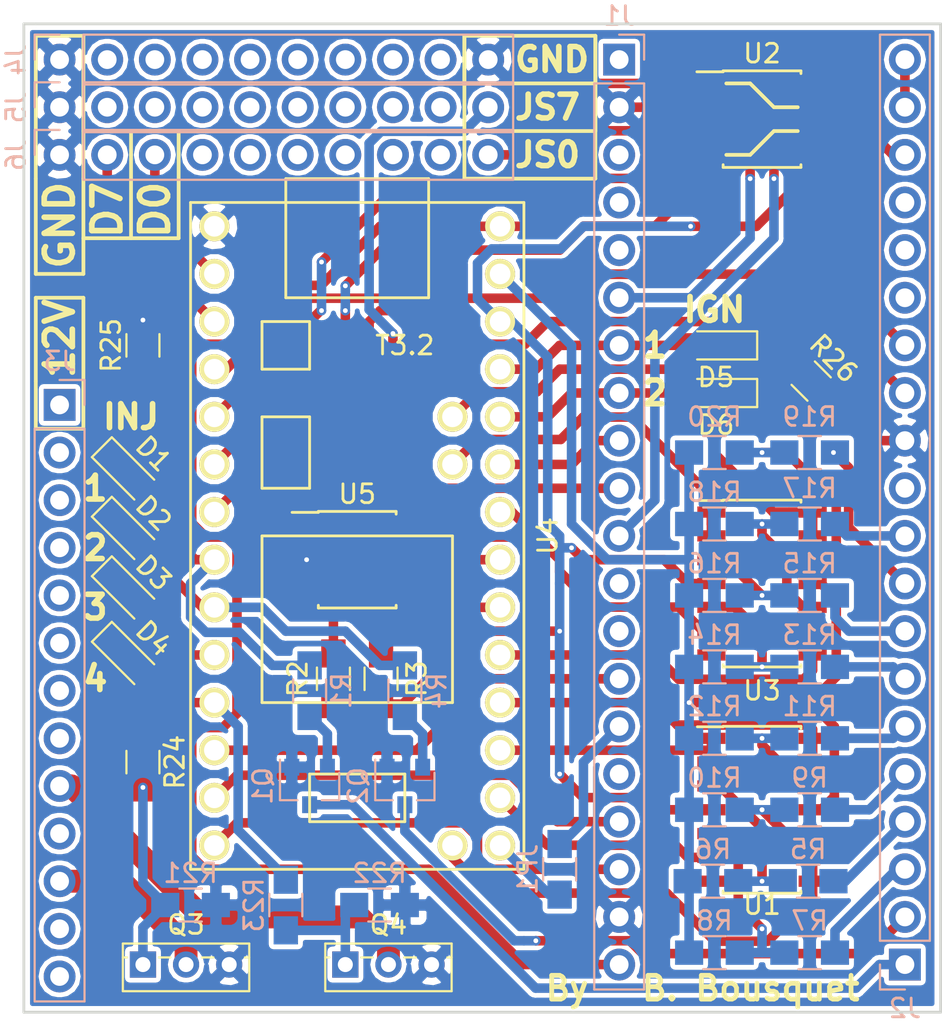
<source format=kicad_pcb>
(kicad_pcb (version 20171130) (host pcbnew "(5.0.1)-4")
  (layers (0 F.Cu signal) (31 B.Cu signal) (36 B.SilkS user) (37 F.SilkS user) (38 B.Mask user) (39 F.Mask user) (44 Edge.Cuts user))
  (net 0 "")
  (net 1 Earth)
  (net 2 CANH)
  (net 3 IGN1)
  (net 4 IGN2)
  (net 5 ECL)
  (net 6 CANL)
  (net 7 IRQ0)
  (net 8 IRQ1)
  (net 9 +5V)
  (net 10 "Net-(J2-Pad1)")
  (net 11 "Net-(J2-Pad2)")
  (net 12 AD0)
  (net 13 AD1)
  (net 14 AD2)
  (net 15 AD3)
  (net 16 AD4)
  (net 17 AD5)
  (net 18 AD6)
  (net 19 AD7)
  (net 20 FP)
  (net 21 Idle)
  (net 22 JS0)
  (net 23 "Net-(Q1-Pad2)")
  (net 24 "Net-(Q2-Pad2)")
  (net 25 INJ1)
  (net 26 INJ2)
  (net 27 "Net-(R5-Pad2)")
  (net 28 "Net-(R7-Pad2)")
  (net 29 "Net-(R10-Pad1)")
  (net 30 "Net-(R11-Pad2)")
  (net 31 "Net-(R13-Pad2)")
  (net 32 "Net-(R15-Pad2)")
  (net 33 "Net-(R17-Pad2)")
  (net 34 "Net-(R19-Pad2)")
  (net 35 A0)
  (net 36 +3V3)
  (net 37 A1)
  (net 38 A2)
  (net 39 A3)
  (net 40 "Net-(U2-Pad1)")
  (net 41 "Net-(U2-Pad4)")
  (net 42 A4)
  (net 43 A5)
  (net 44 A6)
  (net 45 INJ3)
  (net 46 INJ4)
  (net 47 JS7)
  (net 48 A7)
  (net 49 GNDA)
  (net 50 "Net-(R2-Pad2)")
  (net 51 "Net-(R3-Pad2)")
  (net 52 FAN)
  (net 53 "Net-(J3-Pad11)")
  (net 54 "Net-(J3-Pad9)")
  (net 55 "Net-(Q3-Pad1)")
  (net 56 "Net-(Q4-Pad1)")
  (net 57 D0)
  (net 58 JS12)
  (net 59 "Net-(JP1-Pad2)")
  (net 60 "Net-(D1-Pad1)")
  (net 61 "Net-(D5-Pad1)")
  (net 62 D7)
  (net 63 "Net-(J2-Pad19)")
  (module teensy:Teensy32 (layer F.Cu) (at 135.89 93.98 270)
    (fp_text reference U4 (at 0 -10.16 270) (layer F.SilkS))
    (fp_text value Teensy3.2)
    (fp_text user T3.2 (at -10.16 -2.54) (layer F.SilkS))
    (pad 1 thru_hole circle (at -16.51 7.62 270) (size 1.6 1.6) (drill 1.1) (layers *.Cu *.Mask F.SilkS) (net 1 Earth))
    (pad 2 thru_hole circle (at -13.97 7.62 270) (size 1.6 1.6) (drill 1.1) (layers *.Cu *.Mask F.SilkS) (net 57 D0))
    (pad 3 thru_hole circle (at -11.43 7.62 270) (size 1.6 1.6) (drill 1.1) (layers *.Cu *.Mask F.SilkS) (net 62 D7))
    (pad 4 thru_hole circle (at -8.89 7.62 270) (size 1.6 1.6) (drill 1.1) (layers *.Cu *.Mask F.SilkS) (net 21 Idle))
    (pad 5 thru_hole circle (at -6.35 7.62 270) (size 1.6 1.6) (drill 1.1) (layers *.Cu *.Mask F.SilkS) (net 40 "Net-(U2-Pad1)"))
    (pad 6 thru_hole circle (at -3.81 7.62 270) (size 1.6 1.6) (drill 1.1) (layers *.Cu *.Mask F.SilkS) (net 41 "Net-(U2-Pad4)"))
    (pad 7 thru_hole circle (at -1.27 7.62 270) (size 1.6 1.6) (drill 1.1) (layers *.Cu *.Mask F.SilkS) (net 20 FP))
    (pad 8 thru_hole circle (at 1.27 7.62 270) (size 1.6 1.6) (drill 1.1) (layers *.Cu *.Mask F.SilkS) (net 25 INJ1))
    (pad 9 thru_hole circle (at 3.81 7.62 270) (size 1.6 1.6) (drill 1.1) (layers *.Cu *.Mask F.SilkS) (net 26 INJ2))
    (pad 10 thru_hole circle (at 6.35 7.62 270) (size 1.6 1.6) (drill 1.1) (layers *.Cu *.Mask F.SilkS) (net 45 INJ3))
    (pad 11 thru_hole circle (at 8.89 7.62 270) (size 1.6 1.6) (drill 1.1) (layers *.Cu *.Mask F.SilkS) (net 46 INJ4))
    (pad 12 thru_hole circle (at 11.43 7.62 270) (size 1.6 1.6) (drill 1.1) (layers *.Cu *.Mask F.SilkS) (net 7 IRQ0))
    (pad 13 thru_hole circle (at 13.97 7.62 270) (size 1.6 1.6) (drill 1.1) (layers *.Cu *.Mask F.SilkS) (net 8 IRQ1))
    (pad 37 thru_hole circle (at -3.81 -5.08 270) (size 1.6 1.6) (drill 1.1) (layers *.Cu *.Mask F.SilkS) (net 43 A5))
    (pad 36 thru_hole circle (at -6.35 -5.08 270) (size 1.6 1.6) (drill 1.1) (layers *.Cu *.Mask F.SilkS) (net 44 A6))
    (pad 33 thru_hole circle (at -16.51 -7.62 270) (size 1.6 1.6) (drill 1.1) (layers *.Cu *.Mask F.SilkS) (net 9 +5V))
    (pad 32 thru_hole circle (at -13.97 -7.62 270) (size 1.6 1.6) (drill 1.1) (layers *.Cu *.Mask F.SilkS) (net 49 GNDA))
    (pad 31 thru_hole circle (at -11.43 -7.62 270) (size 1.6 1.6) (drill 1.1) (layers *.Cu *.Mask F.SilkS) (net 36 +3V3))
    (pad 30 thru_hole circle (at -8.89 -7.62 270) (size 1.6 1.6) (drill 1.1) (layers *.Cu *.Mask F.SilkS) (net 3 IGN1))
    (pad 29 thru_hole circle (at -6.35 -7.62 270) (size 1.6 1.6) (drill 1.1) (layers *.Cu *.Mask F.SilkS) (net 4 IGN2))
    (pad 28 thru_hole circle (at -3.81 -7.62 270) (size 1.6 1.6) (drill 1.1) (layers *.Cu *.Mask F.SilkS) (net 5 ECL))
    (pad 27 thru_hole circle (at -1.27 -7.62 270) (size 1.6 1.6) (drill 1.1) (layers *.Cu *.Mask F.SilkS) (net 42 A4))
    (pad 26 thru_hole circle (at 1.27 -7.62 270) (size 1.6 1.6) (drill 1.1) (layers *.Cu *.Mask F.SilkS) (net 50 "Net-(R2-Pad2)"))
    (pad 25 thru_hole circle (at 3.81 -7.62 270) (size 1.6 1.6) (drill 1.1) (layers *.Cu *.Mask F.SilkS) (net 51 "Net-(R3-Pad2)"))
    (pad 24 thru_hole circle (at 6.35 -7.62 270) (size 1.6 1.6) (drill 1.1) (layers *.Cu *.Mask F.SilkS) (net 48 A7))
    (pad 23 thru_hole circle (at 8.89 -7.62 270) (size 1.6 1.6) (drill 1.1) (layers *.Cu *.Mask F.SilkS) (net 39 A3))
    (pad 22 thru_hole circle (at 11.43 -7.62 270) (size 1.6 1.6) (drill 1.1) (layers *.Cu *.Mask F.SilkS) (net 37 A1))
    (pad 21 thru_hole circle (at 13.97 -7.62 270) (size 1.6 1.6) (drill 1.1) (layers *.Cu *.Mask F.SilkS) (net 35 A0))
    (pad 14 thru_hole circle (at 16.51 7.62 270) (size 1.6 1.6) (drill 1.1) (layers *.Cu *.Mask F.SilkS) (net 52 FAN))
    (pad 20 thru_hole circle (at 16.51 -7.62 270) (size 1.6 1.6) (drill 1.1) (layers *.Cu *.Mask F.SilkS) (net 59 "Net-(JP1-Pad2)"))
    (pad 19 thru_hole circle (at 16.51 -5.08 270) (size 1.6 1.6) (drill 1.1) (layers *.Cu *.Mask F.SilkS) (net 38 A2))
  )
  (module Pin_Headers:Pin_Header_Straight_1x10_Pitch2.54mm (layer B.Cu) (at 120.015 73.66 270)
    (fp_text reference J6 (at 0 2.33 270) (layer B.SilkS) (effects (justify mirror)))
    (fp_text value Conn_01x10_Male)
    (pad 10 thru_hole oval (at 0 -22.86 270) (size 1.7 1.7) (drill 1) (layers *.Cu *.Mask) (net 22 JS0))
    (pad 9 thru_hole oval (at 0 -20.32 270) (size 1.7 1.7) (drill 1) (layers *.Cu *.Mask))
    (pad 8 thru_hole oval (at 0 -17.78 270) (size 1.7 1.7) (drill 1) (layers *.Cu *.Mask))
    (pad 7 thru_hole oval (at 0 -15.24 270) (size 1.7 1.7) (drill 1) (layers *.Cu *.Mask))
    (pad 6 thru_hole oval (at 0 -12.7 270) (size 1.7 1.7) (drill 1) (layers *.Cu *.Mask))
    (pad 5 thru_hole oval (at 0 -10.16 270) (size 1.7 1.7) (drill 1) (layers *.Cu *.Mask))
    (pad 4 thru_hole oval (at 0 -7.62 270) (size 1.7 1.7) (drill 1) (layers *.Cu *.Mask))
    (pad 3 thru_hole oval (at 0 -5.08 270) (size 1.7 1.7) (drill 1) (layers *.Cu *.Mask) (net 57 D0))
    (pad 2 thru_hole oval (at 0 -2.54 270) (size 1.7 1.7) (drill 1) (layers *.Cu *.Mask) (net 62 D7))
    (pad 1 thru_hole circle (at 0 0 270) (size 1.7 1.7) (drill 1) (layers *.Cu *.Mask) (net 1 Earth))
  )
  (module Pin_Headers:Pin_Header_Straight_1x20_Pitch2.54mm (layer B.Cu) (at 165.1 116.84)
    (fp_text reference J2 (at 0 2.33) (layer B.SilkS) (effects (justify mirror)))
    (fp_text value Conn_01x20_Female)
    (pad 1 thru_hole rect (at 0 0) (size 1.7 1.7) (drill 1) (layers *.Cu *.Mask) (net 10 "Net-(J2-Pad1)"))
    (pad 2 thru_hole oval (at 0 -2.54) (size 1.7 1.7) (drill 1) (layers *.Cu *.Mask) (net 11 "Net-(J2-Pad2)"))
    (pad 3 thru_hole oval (at 0 -5.08) (size 1.7 1.7) (drill 1) (layers *.Cu *.Mask) (net 12 AD0))
    (pad 4 thru_hole oval (at 0 -7.62) (size 1.7 1.7) (drill 1) (layers *.Cu *.Mask) (net 13 AD1))
    (pad 5 thru_hole oval (at 0 -10.16) (size 1.7 1.7) (drill 1) (layers *.Cu *.Mask) (net 14 AD2))
    (pad 6 thru_hole oval (at 0 -12.7) (size 1.7 1.7) (drill 1) (layers *.Cu *.Mask) (net 15 AD3))
    (pad 7 thru_hole oval (at 0 -15.24) (size 1.7 1.7) (drill 1) (layers *.Cu *.Mask) (net 16 AD4))
    (pad 8 thru_hole oval (at 0 -17.78) (size 1.7 1.7) (drill 1) (layers *.Cu *.Mask) (net 17 AD5))
    (pad 9 thru_hole oval (at 0 -20.32) (size 1.7 1.7) (drill 1) (layers *.Cu *.Mask) (net 18 AD6))
    (pad 10 thru_hole oval (at 0 -22.86) (size 1.7 1.7) (drill 1) (layers *.Cu *.Mask) (net 19 AD7))
    (pad 11 thru_hole oval (at 0 -25.4) (size 1.7 1.7) (drill 1) (layers *.Cu *.Mask))
    (pad 12 thru_hole oval (at 0 -27.94 315) (size 1.7 1.7) (drill 1) (layers *.Cu *.Mask) (net 1 Earth))
    (pad 13 thru_hole oval (at 0 -30.48) (size 1.7 1.7) (drill 1) (layers *.Cu *.Mask) (net 20 FP))
    (pad 14 thru_hole oval (at 0 -33.02) (size 1.7 1.7) (drill 1) (layers *.Cu *.Mask) (net 21 Idle))
    (pad 15 thru_hole oval (at 0 -35.56) (size 1.7 1.7) (drill 1) (layers *.Cu *.Mask))
    (pad 16 thru_hole oval (at 0 -38.1) (size 1.7 1.7) (drill 1) (layers *.Cu *.Mask))
    (pad 17 thru_hole oval (at 0 -40.64) (size 1.7 1.7) (drill 1) (layers *.Cu *.Mask))
    (pad 18 thru_hole oval (at 0 -43.18) (size 1.7 1.7) (drill 1) (layers *.Cu *.Mask) (net 22 JS0))
    (pad 19 thru_hole oval (at 0 -45.72) (size 1.7 1.7) (drill 1) (layers *.Cu *.Mask) (net 63 "Net-(J2-Pad19)"))
    (pad 20 thru_hole oval (at 0 -48.26) (size 1.7 1.7) (drill 1) (layers *.Cu *.Mask) (net 63 "Net-(J2-Pad19)"))
  )
  (module LEDs:LED_0805_HandSoldering (layer F.Cu) (at 123.825 97.155 315)
    (fp_text reference D3 (at 0 -1.7 315) (layer F.SilkS))
    (fp_text value LED)
    (pad 1 smd rect (at -1.35 0 315) (size 1.5 1.3) (layers F.Cu F.Paste F.Mask) (net 60 "Net-(D1-Pad1)"))
    (pad 2 smd rect (at 1.35 0 315) (size 1.5 1.3) (layers F.Cu F.Paste F.Mask) (net 45 INJ3))
  )
  (module LEDs:LED_0805_HandSoldering (layer F.Cu) (at 123.825 93.98 315)
    (fp_text reference D2 (at 0 -1.7 315) (layer F.SilkS))
    (fp_text value LED)
    (pad 1 smd rect (at -1.35 0 315) (size 1.5 1.3) (layers F.Cu F.Paste F.Mask) (net 60 "Net-(D1-Pad1)"))
    (pad 2 smd rect (at 1.35 0 315) (size 1.5 1.3) (layers F.Cu F.Paste F.Mask) (net 26 INJ2))
  )
  (module LEDs:LED_0805_HandSoldering (layer F.Cu) (at 123.825 100.649594 315)
    (fp_text reference D4 (at 0 -1.7 315) (layer F.SilkS))
    (fp_text value LED)
    (pad 2 smd rect (at 1.35 0 315) (size 1.5 1.3) (layers F.Cu F.Paste F.Mask) (net 46 INJ4))
    (pad 1 smd rect (at -1.35 0 315) (size 1.5 1.3) (layers F.Cu F.Paste F.Mask) (net 60 "Net-(D1-Pad1)"))
  )
  (module LEDs:LED_0805_HandSoldering (layer F.Cu) (at 123.825 90.805 315)
    (fp_text reference D1 (at 0 -1.7 315) (layer F.SilkS))
    (fp_text value LED)
    (pad 2 smd rect (at 1.35 0 315) (size 1.5 1.3) (layers F.Cu F.Paste F.Mask) (net 25 INJ1))
    (pad 1 smd rect (at -1.35 0 315) (size 1.5 1.3) (layers F.Cu F.Paste F.Mask) (net 60 "Net-(D1-Pad1)"))
  )
  (module Resistors_SMD:R_0805_HandSoldering (layer F.Cu) (at 124.46 83.82 90)
    (fp_text reference R25 (at 0 -1.7 90) (layer F.SilkS))
    (fp_text value R)
    (pad 2 smd rect (at 1.35 0 90) (size 1.5 1.3) (layers F.Cu F.Paste F.Mask) (net 1 Earth))
    (pad 1 smd rect (at -1.35 0 90) (size 1.5 1.3) (layers F.Cu F.Paste F.Mask) (net 60 "Net-(D1-Pad1)"))
  )
  (module Resistors_SMD:R_0805_HandSoldering (layer B.Cu) (at 132.08 113.665 270)
    (fp_text reference R23 (at 0 1.7 270) (layer B.SilkS) (effects (justify mirror)))
    (fp_text value 1k)
    (pad 2 smd rect (at 1.35 0 270) (size 1.5 1.3) (layers B.Cu B.Paste B.Mask) (net 56 "Net-(Q4-Pad1)"))
    (pad 1 smd rect (at -1.35 0 270) (size 1.5 1.3) (layers B.Cu B.Paste B.Mask) (net 46 INJ4))
  )
  (module Pin_Headers:Pin_Header_Straight_1x13_Pitch2.54mm (layer B.Cu) (at 120.015 86.995 180)
    (fp_text reference J3 (at 0 2.33 180) (layer B.SilkS) (effects (justify mirror)))
    (fp_text value Conn_01x13_Male)
    (pad 1 thru_hole rect (at 0 0 180) (size 1.7 1.7) (drill 1) (layers *.Cu *.Mask))
    (pad 2 thru_hole oval (at 0 -2.54 180) (size 1.7 1.7) (drill 1) (layers *.Cu *.Mask))
    (pad 3 thru_hole oval (at 0 -5.08 180) (size 1.7 1.7) (drill 1) (layers *.Cu *.Mask))
    (pad 4 thru_hole oval (at 0 -7.62 180) (size 1.7 1.7) (drill 1) (layers *.Cu *.Mask))
    (pad 5 thru_hole oval (at 0 -10.16 180) (size 1.7 1.7) (drill 1) (layers *.Cu *.Mask))
    (pad 6 thru_hole oval (at 0 -12.7 180) (size 1.7 1.7) (drill 1) (layers *.Cu *.Mask))
    (pad 7 thru_hole oval (at 0 -15.24 180) (size 1.7 1.7) (drill 1) (layers *.Cu *.Mask))
    (pad 8 thru_hole oval (at 0 -17.78 180) (size 1.7 1.7) (drill 1) (layers *.Cu *.Mask))
    (pad 9 thru_hole oval (at 0 -20.32 180) (size 1.7 1.7) (drill 1) (layers *.Cu *.Mask) (net 54 "Net-(J3-Pad9)"))
    (pad 10 thru_hole oval (at 0 -22.86 180) (size 1.7 1.7) (drill 1) (layers *.Cu *.Mask))
    (pad 11 thru_hole oval (at 0 -25.4 180) (size 1.7 1.7) (drill 1) (layers *.Cu *.Mask) (net 53 "Net-(J3-Pad11)"))
    (pad 12 thru_hole oval (at 0 -27.94 180) (size 1.7 1.7) (drill 1) (layers *.Cu *.Mask))
    (pad 13 thru_hole oval (at 0 -30.48 180) (size 1.7 1.7) (drill 1) (layers *.Cu *.Mask))
  )
  (module Housings_SOIC:SOIC-8_3.9x4.9mm_Pitch1.27mm (layer F.Cu) (at 135.89 95.25)
    (fp_text reference U5 (at 0 -3.5) (layer F.SilkS))
    (fp_text value AT24CS02-XHM)
    (pad 1 smd rect (at -2.7 -1.905) (size 1.55 0.6) (layers F.Cu F.Mask) (net 1 Earth))
    (pad 2 smd rect (at -2.7 -0.635) (size 1.55 0.6) (layers F.Cu F.Mask) (net 1 Earth))
    (pad 3 smd rect (at -2.7 0.635) (size 1.55 0.6) (layers F.Cu F.Mask) (net 1 Earth))
    (pad 4 smd rect (at -2.7 1.905) (size 1.55 0.6) (layers F.Cu F.Mask) (net 1 Earth))
    (pad 5 smd rect (at 2.7 1.905) (size 1.55 0.6) (layers F.Cu F.Mask) (net 51 "Net-(R3-Pad2)"))
    (pad 6 smd rect (at 2.7 0.635) (size 1.55 0.6) (layers F.Cu F.Mask) (net 50 "Net-(R2-Pad2)"))
    (pad 7 smd rect (at 2.7 -0.635) (size 1.55 0.6) (layers F.Cu F.Mask) (net 1 Earth))
    (pad 8 smd rect (at 2.7 -1.905) (size 1.55 0.6) (layers F.Cu F.Mask) (net 36 +3V3))
  )
  (module Resistors_SMD:R_0805_HandSoldering (layer F.Cu) (at 137.16 101.6 90)
    (fp_text reference R3 (at 0 1.905 90) (layer F.SilkS))
    (fp_text value 1k)
    (pad 2 smd rect (at 1.35 0 90) (size 1.5 1.3) (layers F.Cu F.Paste F.Mask) (net 51 "Net-(R3-Pad2)"))
    (pad 1 smd rect (at -1.35 0 90) (size 1.5 1.3) (layers F.Cu F.Paste F.Mask) (net 36 +3V3))
  )
  (module Resistors_SMD:R_0805_HandSoldering (layer F.Cu) (at 134.62 101.6 90)
    (fp_text reference R2 (at 0 -1.905 90) (layer F.SilkS))
    (fp_text value 1k)
    (pad 1 smd rect (at -1.35 0 90) (size 1.5 1.3) (layers F.Cu F.Paste F.Mask) (net 36 +3V3))
    (pad 2 smd rect (at 1.35 0 90) (size 1.5 1.3) (layers F.Cu F.Paste F.Mask) (net 50 "Net-(R2-Pad2)"))
  )
  (module Housings_SOIC:SOIC-14_3.9x8.7mm_Pitch1.27mm (layer F.Cu) (at 157.48 108.585)
    (fp_text reference U1 (at 0 5.08) (layer F.SilkS))
    (fp_text value LMV324)
    (pad 1 smd rect (at -2.7 -3.81) (size 1.5 0.6) (layers F.Cu F.Mask) (net 37 A1))
    (pad 2 smd rect (at -2.7 -2.54) (size 1.5 0.6) (layers F.Cu F.Mask) (net 37 A1))
    (pad 3 smd rect (at -2.7 -1.27) (size 1.5 0.6) (layers F.Cu F.Mask) (net 27 "Net-(R5-Pad2)"))
    (pad 4 smd rect (at -2.7 0) (size 1.5 0.6) (layers F.Cu F.Mask) (net 36 +3V3))
    (pad 5 smd rect (at -2.7 1.27) (size 1.5 0.6) (layers F.Cu F.Mask) (net 28 "Net-(R7-Pad2)"))
    (pad 6 smd rect (at -2.7 2.54) (size 1.5 0.6) (layers F.Cu F.Mask) (net 35 A0))
    (pad 7 smd rect (at -2.7 3.81) (size 1.5 0.6) (layers F.Cu F.Mask) (net 35 A0))
    (pad 8 smd rect (at 2.7 3.81) (size 1.5 0.6) (layers F.Cu F.Mask) (net 38 A2))
    (pad 9 smd rect (at 2.7 2.54) (size 1.5 0.6) (layers F.Cu F.Mask) (net 38 A2))
    (pad 10 smd rect (at 2.7 1.27) (size 1.5 0.6) (layers F.Cu F.Mask) (net 29 "Net-(R10-Pad1)"))
    (pad 11 smd rect (at 2.7 0) (size 1.5 0.6) (layers F.Cu F.Mask) (net 49 GNDA))
    (pad 12 smd rect (at 2.7 -1.27) (size 1.5 0.6) (layers F.Cu F.Mask) (net 30 "Net-(R11-Pad2)"))
    (pad 13 smd rect (at 2.7 -2.54) (size 1.5 0.6) (layers F.Cu F.Mask) (net 39 A3))
    (pad 14 smd rect (at 2.7 -3.81) (size 1.5 0.6) (layers F.Cu F.Mask) (net 39 A3))
  )
  (module TO_SOT_Packages_SMD:SOT-23 (layer B.Cu) (at 133.35 107.315 270)
    (fp_text reference Q1 (at 0 2.5 270) (layer B.SilkS) (effects (justify mirror)))
    (fp_text value 2N2219)
    (pad 1 smd rect (at -1 0.95 270) (size 0.9 0.8) (layers B.Cu B.Mask) (net 1 Earth))
    (pad 2 smd rect (at -1 -0.95 270) (size 0.9 0.8) (layers B.Cu B.Mask) (net 23 "Net-(Q1-Pad2)"))
    (pad 3 smd rect (at 1 0 270) (size 0.9 0.8) (layers B.Cu B.Mask) (net 10 "Net-(J2-Pad1)"))
  )
  (module TO_SOT_Packages_SMD:SOT-23 (layer B.Cu) (at 138.43 107.315 270)
    (fp_text reference Q2 (at 0 2.5 270) (layer B.SilkS) (effects (justify mirror)))
    (fp_text value 2N2219)
    (pad 1 smd rect (at -1 0.95 270) (size 0.9 0.8) (layers B.Cu B.Mask) (net 1 Earth))
    (pad 2 smd rect (at -1 -0.95 270) (size 0.9 0.8) (layers B.Cu B.Mask) (net 24 "Net-(Q2-Pad2)"))
    (pad 3 smd rect (at 1 0 270) (size 0.9 0.8) (layers B.Cu B.Mask) (net 11 "Net-(J2-Pad2)"))
  )
  (module Resistors_SMD:R_0805_HandSoldering (layer B.Cu) (at 133.35 102.235 90)
    (fp_text reference R1 (at 0 1.7 90) (layer B.SilkS) (effects (justify mirror)))
    (fp_text value 1k)
    (pad 1 smd rect (at -1.35 0 90) (size 1.5 1.3) (layers B.Cu B.Mask) (net 23 "Net-(Q1-Pad2)"))
    (pad 2 smd rect (at 1.35 0 90) (size 1.5 1.3) (layers B.Cu B.Mask) (net 25 INJ1))
  )
  (module Resistors_SMD:R_0805_HandSoldering (layer B.Cu) (at 138.43 102.235 90)
    (fp_text reference R4 (at 0 1.7 90) (layer B.SilkS) (effects (justify mirror)))
    (fp_text value 1k)
    (pad 1 smd rect (at -1.35 0 90) (size 1.5 1.3) (layers B.Cu B.Mask) (net 24 "Net-(Q2-Pad2)"))
    (pad 2 smd rect (at 1.35 0 90) (size 1.5 1.3) (layers B.Cu B.Mask) (net 26 INJ2))
  )
  (module Resistors_SMD:R_0805_HandSoldering (layer B.Cu) (at 159.94 112.395 180)
    (fp_text reference R5 (at 0 1.7 180) (layer B.SilkS) (effects (justify mirror)))
    (fp_text value 180k)
    (pad 1 smd rect (at -1.35 0 180) (size 1.5 1.3) (layers B.Cu B.Mask) (net 13 AD1))
    (pad 2 smd rect (at 1.35 0 180) (size 1.5 1.3) (layers B.Cu B.Mask) (net 27 "Net-(R5-Pad2)"))
  )
  (module Resistors_SMD:R_0805_HandSoldering (layer B.Cu) (at 154.86 112.395 180)
    (fp_text reference R6 (at 0 1.7 180) (layer B.SilkS) (effects (justify mirror)))
    (fp_text value 330k)
    (pad 1 smd rect (at -1.35 0 180) (size 1.5 1.3) (layers B.Cu B.Mask) (net 27 "Net-(R5-Pad2)"))
    (pad 2 smd rect (at 1.35 0 180) (size 1.5 1.3) (layers B.Cu B.Mask) (net 49 GNDA))
  )
  (module Resistors_SMD:R_0805_HandSoldering (layer B.Cu) (at 160.02 116.205 180)
    (fp_text reference R7 (at 0 1.7 180) (layer B.SilkS) (effects (justify mirror)))
    (fp_text value 180k)
    (pad 1 smd rect (at -1.35 0 180) (size 1.5 1.3) (layers B.Cu B.Mask) (net 12 AD0))
    (pad 2 smd rect (at 1.35 0 180) (size 1.5 1.3) (layers B.Cu B.Mask) (net 28 "Net-(R7-Pad2)"))
  )
  (module Resistors_SMD:R_0805_HandSoldering (layer B.Cu) (at 154.94 116.205 180)
    (fp_text reference R8 (at 0 1.7 180) (layer B.SilkS) (effects (justify mirror)))
    (fp_text value 330k)
    (pad 1 smd rect (at -1.35 0 180) (size 1.5 1.3) (layers B.Cu B.Mask) (net 28 "Net-(R7-Pad2)"))
    (pad 2 smd rect (at 1.35 0 180) (size 1.5 1.3) (layers B.Cu B.Mask) (net 49 GNDA))
  )
  (module Resistors_SMD:R_0805_HandSoldering (layer B.Cu) (at 160.02 108.585 180)
    (fp_text reference R9 (at 0 1.7 180) (layer B.SilkS) (effects (justify mirror)))
    (fp_text value 180k)
    (pad 1 smd rect (at -1.35 0 180) (size 1.5 1.3) (layers B.Cu B.Mask) (net 14 AD2))
    (pad 2 smd rect (at 1.35 0 180) (size 1.5 1.3) (layers B.Cu B.Mask) (net 29 "Net-(R10-Pad1)"))
  )
  (module Resistors_SMD:R_0805_HandSoldering (layer B.Cu) (at 154.94 108.585 180)
    (fp_text reference R10 (at 0 1.7 180) (layer B.SilkS) (effects (justify mirror)))
    (fp_text value 330k)
    (pad 1 smd rect (at -1.35 0 180) (size 1.5 1.3) (layers B.Cu B.Mask) (net 29 "Net-(R10-Pad1)"))
    (pad 2 smd rect (at 1.35 0 180) (size 1.5 1.3) (layers B.Cu B.Mask) (net 49 GNDA))
  )
  (module Resistors_SMD:R_0805_HandSoldering (layer B.Cu) (at 160.02 104.775 180)
    (fp_text reference R11 (at 0 1.7 180) (layer B.SilkS) (effects (justify mirror)))
    (fp_text value 180k)
    (pad 1 smd rect (at -1.35 0 180) (size 1.5 1.3) (layers B.Cu B.Mask) (net 15 AD3))
    (pad 2 smd rect (at 1.35 0 180) (size 1.5 1.3) (layers B.Cu B.Mask) (net 30 "Net-(R11-Pad2)"))
  )
  (module Resistors_SMD:R_0805_HandSoldering (layer B.Cu) (at 154.94 104.775 180)
    (fp_text reference R12 (at 0 1.7 180) (layer B.SilkS) (effects (justify mirror)))
    (fp_text value 330k)
    (pad 1 smd rect (at -1.35 0 180) (size 1.5 1.3) (layers B.Cu B.Mask) (net 30 "Net-(R11-Pad2)"))
    (pad 2 smd rect (at 1.35 0 180) (size 1.5 1.3) (layers B.Cu B.Mask) (net 49 GNDA))
  )
  (module Resistors_SMD:R_0805_HandSoldering (layer B.Cu) (at 160.02 100.965 180)
    (fp_text reference R13 (at 0 1.7 180) (layer B.SilkS) (effects (justify mirror)))
    (fp_text value 180k)
    (pad 1 smd rect (at -1.35 0 180) (size 1.5 1.3) (layers B.Cu B.Mask) (net 16 AD4))
    (pad 2 smd rect (at 1.35 0 180) (size 1.5 1.3) (layers B.Cu B.Mask) (net 31 "Net-(R13-Pad2)"))
  )
  (module Resistors_SMD:R_0805_HandSoldering (layer B.Cu) (at 154.94 100.965 180)
    (fp_text reference R14 (at 0 1.7 180) (layer B.SilkS) (effects (justify mirror)))
    (fp_text value 330k)
    (pad 1 smd rect (at -1.35 0 180) (size 1.5 1.3) (layers B.Cu B.Mask) (net 31 "Net-(R13-Pad2)"))
    (pad 2 smd rect (at 1.35 0 180) (size 1.5 1.3) (layers B.Cu B.Mask) (net 49 GNDA))
  )
  (module Resistors_SMD:R_0805_HandSoldering (layer B.Cu) (at 160.02 97.155 180)
    (fp_text reference R15 (at 0 1.7 180) (layer B.SilkS) (effects (justify mirror)))
    (fp_text value 180k)
    (pad 1 smd rect (at -1.35 0 180) (size 1.5 1.3) (layers B.Cu B.Mask) (net 17 AD5))
    (pad 2 smd rect (at 1.35 0 180) (size 1.5 1.3) (layers B.Cu B.Mask) (net 32 "Net-(R15-Pad2)"))
  )
  (module Resistors_SMD:R_0805_HandSoldering (layer B.Cu) (at 154.94 97.155 180)
    (fp_text reference R16 (at 0 1.7 180) (layer B.SilkS) (effects (justify mirror)))
    (fp_text value 330k)
    (pad 1 smd rect (at -1.35 0 180) (size 1.5 1.3) (layers B.Cu B.Mask) (net 32 "Net-(R15-Pad2)"))
    (pad 2 smd rect (at 1.35 0 180) (size 1.5 1.3) (layers B.Cu B.Mask) (net 49 GNDA))
  )
  (module Resistors_SMD:R_0805_HandSoldering (layer B.Cu) (at 160.02 93.345 180)
    (fp_text reference R17 (at 0 1.905 180) (layer B.SilkS) (effects (justify mirror)))
    (fp_text value 180k)
    (pad 2 smd rect (at 1.35 0 180) (size 1.5 1.3) (layers B.Cu B.Mask) (net 33 "Net-(R17-Pad2)"))
    (pad 1 smd rect (at -1.35 0 180) (size 1.5 1.3) (layers B.Cu B.Mask) (net 19 AD7))
  )
  (module Resistors_SMD:R_0805_HandSoldering (layer B.Cu) (at 154.94 93.345 180)
    (fp_text reference R18 (at 0 1.7 180) (layer B.SilkS) (effects (justify mirror)))
    (fp_text value 330k)
    (pad 1 smd rect (at -1.35 0 180) (size 1.5 1.3) (layers B.Cu B.Mask) (net 33 "Net-(R17-Pad2)"))
    (pad 2 smd rect (at 1.35 0 180) (size 1.5 1.3) (layers B.Cu B.Mask) (net 49 GNDA))
  )
  (module Resistors_SMD:R_0805_HandSoldering (layer B.Cu) (at 160.02 89.535 180)
    (fp_text reference R19 (at 0 1.905 180) (layer B.SilkS) (effects (justify mirror)))
    (fp_text value 180k)
    (pad 2 smd rect (at 1.35 0 180) (size 1.5 1.3) (layers B.Cu B.Mask) (net 34 "Net-(R19-Pad2)"))
    (pad 1 smd rect (at -1.35 0 180) (size 1.5 1.3) (layers B.Cu B.Mask) (net 18 AD6))
  )
  (module Resistors_SMD:R_0805_HandSoldering (layer B.Cu) (at 154.94 89.535 180)
    (fp_text reference R20 (at 0 1.905 180) (layer B.SilkS) (effects (justify mirror)))
    (fp_text value 330k)
    (pad 2 smd rect (at 1.35 0 180) (size 1.5 1.3) (layers B.Cu B.Mask) (net 49 GNDA))
    (pad 1 smd rect (at -1.35 0 180) (size 1.5 1.3) (layers B.Cu B.Mask) (net 34 "Net-(R19-Pad2)"))
  )
  (module Pin_Headers:Pin_Header_Straight_1x20_Pitch2.54mm (layer B.Cu) (at 149.86 68.58 180)
    (fp_text reference J1 (at 0 2.33 180) (layer B.SilkS) (effects (justify mirror)))
    (fp_text value Conn_01x20_Female)
    (pad 1 thru_hole rect (at 0 0 180) (size 1.7 1.7) (drill 1) (layers *.Cu *.Mask))
    (pad 2 thru_hole oval (at 0 -2.54 135) (size 1.7 1.7) (drill 1) (layers *.Cu *.Mask) (net 1 Earth))
    (pad 3 thru_hole oval (at 0 -5.08 180) (size 1.7 1.7) (drill 1) (layers *.Cu *.Mask))
    (pad 4 thru_hole oval (at 0 -7.62 180) (size 1.7 1.7) (drill 1) (layers *.Cu *.Mask))
    (pad 5 thru_hole oval (at 0 -10.16 180) (size 1.7 1.7) (drill 1) (layers *.Cu *.Mask))
    (pad 6 thru_hole oval (at 0 -12.7 180) (size 1.7 1.7) (drill 1) (layers *.Cu *.Mask) (net 2 CANH))
    (pad 7 thru_hole oval (at 0 -15.24 180) (size 1.7 1.7) (drill 1) (layers *.Cu *.Mask) (net 3 IGN1))
    (pad 8 thru_hole oval (at 0 -17.78 180) (size 1.7 1.7) (drill 1) (layers *.Cu *.Mask) (net 4 IGN2))
    (pad 9 thru_hole oval (at 0 -20.32 180) (size 1.7 1.7) (drill 1) (layers *.Cu *.Mask) (net 5 ECL))
    (pad 10 thru_hole oval (at 0 -22.86 180) (size 1.7 1.7) (drill 1) (layers *.Cu *.Mask) (net 47 JS7))
    (pad 11 thru_hole oval (at 0 -25.4 180) (size 1.7 1.7) (drill 1) (layers *.Cu *.Mask) (net 6 CANL))
    (pad 12 thru_hole oval (at 0 -27.94 180) (size 1.7 1.7) (drill 1) (layers *.Cu *.Mask))
    (pad 13 thru_hole oval (at 0 -30.48 180) (size 1.7 1.7) (drill 1) (layers *.Cu *.Mask))
    (pad 14 thru_hole oval (at 0 -33.02 180) (size 1.7 1.7) (drill 1) (layers *.Cu *.Mask) (net 7 IRQ0))
    (pad 15 thru_hole oval (at 0 -35.56 180) (size 1.7 1.7) (drill 1) (layers *.Cu *.Mask) (net 58 JS12))
    (pad 16 thru_hole oval (at 0 -38.1 180) (size 1.7 1.7) (drill 1) (layers *.Cu *.Mask))
    (pad 17 thru_hole oval (at 0 -40.64 180) (size 1.7 1.7) (drill 1) (layers *.Cu *.Mask) (net 8 IRQ1))
    (pad 18 thru_hole oval (at 0 -43.18 180) (size 1.7 1.7) (drill 1) (layers *.Cu *.Mask) (net 52 FAN))
    (pad 19 thru_hole oval (at 0 -45.72 135) (size 1.7 1.7) (drill 1) (layers *.Cu *.Mask) (net 1 Earth))
    (pad 20 thru_hole oval (at 0 -48.26 180) (size 1.7 1.7) (drill 1) (layers *.Cu *.Mask) (net 9 +5V))
  )
  (module Housings_SOIC:SOIC-14_3.9x8.7mm_Pitch1.27mm (layer F.Cu) (at 157.48 96.52)
    (fp_text reference U3 (at 0 5.715) (layer F.SilkS))
    (fp_text value LMV324)
    (pad 14 smd rect (at 2.7 -3.81) (size 1.5 0.6) (layers F.Cu F.Paste F.Mask) (net 44 A6))
    (pad 13 smd rect (at 2.7 -2.54) (size 1.5 0.6) (layers F.Cu F.Paste F.Mask) (net 44 A6))
    (pad 12 smd rect (at 2.7 -1.27) (size 1.5 0.6) (layers F.Cu F.Paste F.Mask) (net 34 "Net-(R19-Pad2)"))
    (pad 11 smd rect (at 2.7 0) (size 1.5 0.6) (layers F.Cu F.Paste F.Mask) (net 49 GNDA))
    (pad 10 smd rect (at 2.7 1.27) (size 1.5 0.6) (layers F.Cu F.Paste F.Mask) (net 33 "Net-(R17-Pad2)"))
    (pad 9 smd rect (at 2.7 2.54) (size 1.5 0.6) (layers F.Cu F.Paste F.Mask) (net 48 A7))
    (pad 8 smd rect (at 2.7 3.81) (size 1.5 0.6) (layers F.Cu F.Paste F.Mask) (net 48 A7))
    (pad 7 smd rect (at -2.7 3.81) (size 1.5 0.6) (layers F.Cu F.Paste F.Mask) (net 42 A4))
    (pad 6 smd rect (at -2.7 2.54) (size 1.5 0.6) (layers F.Cu F.Paste F.Mask) (net 42 A4))
    (pad 5 smd rect (at -2.7 1.27) (size 1.5 0.6) (layers F.Cu F.Paste F.Mask) (net 31 "Net-(R13-Pad2)"))
    (pad 4 smd rect (at -2.7 0) (size 1.5 0.6) (layers F.Cu F.Paste F.Mask) (net 36 +3V3))
    (pad 3 smd rect (at -2.7 -1.27) (size 1.5 0.6) (layers F.Cu F.Paste F.Mask) (net 32 "Net-(R15-Pad2)"))
    (pad 2 smd rect (at -2.7 -2.54) (size 1.5 0.6) (layers F.Cu F.Paste F.Mask) (net 43 A5))
    (pad 1 smd rect (at -2.7 -3.81) (size 1.5 0.6) (layers F.Cu F.Paste F.Mask) (net 43 A5))
  )
  (module Resistors_SMD:R_0805_HandSoldering (layer B.Cu) (at 127 113.665 180)
    (fp_text reference R21 (at 0 1.7 180) (layer B.SilkS) (effects (justify mirror)))
    (fp_text value 100k)
    (pad 2 smd rect (at 1.35 0 180) (size 1.5 1.3) (layers B.Cu B.Paste B.Mask) (net 55 "Net-(Q3-Pad1)"))
    (pad 1 smd rect (at -1.35 0 180) (size 1.5 1.3) (layers B.Cu B.Paste B.Mask) (net 1 Earth))
  )
  (module Resistors_SMD:R_0805_HandSoldering (layer B.Cu) (at 137.08 113.665 180)
    (fp_text reference R22 (at 0 1.7 180) (layer B.SilkS) (effects (justify mirror)))
    (fp_text value 100k)
    (pad 1 smd rect (at -1.35 0 180) (size 1.5 1.3) (layers B.Cu B.Paste B.Mask) (net 1 Earth))
    (pad 2 smd rect (at 1.35 0 180) (size 1.5 1.3) (layers B.Cu B.Paste B.Mask) (net 56 "Net-(Q4-Pad1)"))
  )
  (module Resistors_SMD:R_0805_HandSoldering (layer F.Cu) (at 124.46 106.045 270)
    (fp_text reference R24 (at 0 -1.7 270) (layer F.SilkS))
    (fp_text value 1k)
    (pad 1 smd rect (at -1.35 0 270) (size 1.5 1.3) (layers F.Cu F.Paste F.Mask) (net 45 INJ3))
    (pad 2 smd rect (at 1.35 0 270) (size 1.5 1.3) (layers F.Cu F.Paste F.Mask) (net 55 "Net-(Q3-Pad1)"))
  )
  (module Pin_Headers:Pin_Header_Straight_1x10_Pitch2.54mm (layer B.Cu) (at 120.015 68.58 270)
    (fp_text reference J4 (at 0 2.33 270) (layer B.SilkS) (effects (justify mirror)))
    (fp_text value Conn_01x10_Male)
    (pad 10 thru_hole oval (at 0 -22.86 225) (size 1.7 1.7) (drill 1) (layers *.Cu *.Mask) (net 1 Earth))
    (pad 9 thru_hole oval (at 0 -20.32 270) (size 1.7 1.7) (drill 1) (layers *.Cu *.Mask))
    (pad 8 thru_hole oval (at 0 -17.78 270) (size 1.7 1.7) (drill 1) (layers *.Cu *.Mask))
    (pad 7 thru_hole oval (at 0 -15.24 270) (size 1.7 1.7) (drill 1) (layers *.Cu *.Mask))
    (pad 6 thru_hole oval (at 0 -12.7 270) (size 1.7 1.7) (drill 1) (layers *.Cu *.Mask))
    (pad 5 thru_hole oval (at 0 -10.16 270) (size 1.7 1.7) (drill 1) (layers *.Cu *.Mask))
    (pad 4 thru_hole oval (at 0 -7.62 270) (size 1.7 1.7) (drill 1) (layers *.Cu *.Mask))
    (pad 3 thru_hole oval (at 0 -5.08 270) (size 1.7 1.7) (drill 1) (layers *.Cu *.Mask))
    (pad 2 thru_hole oval (at 0 -2.54 270) (size 1.7 1.7) (drill 1) (layers *.Cu *.Mask))
    (pad 1 thru_hole circle (at 0 0 270) (size 1.7 1.7) (drill 1) (layers *.Cu *.Mask) (net 1 Earth))
  )
  (module Pin_Headers:Pin_Header_Straight_1x10_Pitch2.54mm (layer B.Cu) (at 120.015 71.12 270)
    (fp_text reference J5 (at 0 2.33 270) (layer B.SilkS) (effects (justify mirror)))
    (fp_text value Conn_01x10_Male)
    (pad 1 thru_hole circle (at 0 0 270) (size 1.7 1.7) (drill 1) (layers *.Cu *.Mask) (net 1 Earth))
    (pad 2 thru_hole oval (at 0 -2.54 270) (size 1.7 1.7) (drill 1) (layers *.Cu *.Mask))
    (pad 3 thru_hole oval (at 0 -5.08 270) (size 1.7 1.7) (drill 1) (layers *.Cu *.Mask))
    (pad 4 thru_hole oval (at 0 -7.62 270) (size 1.7 1.7) (drill 1) (layers *.Cu *.Mask))
    (pad 5 thru_hole oval (at 0 -10.16 270) (size 1.7 1.7) (drill 1) (layers *.Cu *.Mask))
    (pad 6 thru_hole oval (at 0 -12.7 270) (size 1.7 1.7) (drill 1) (layers *.Cu *.Mask))
    (pad 7 thru_hole oval (at 0 -15.24 270) (size 1.7 1.7) (drill 1) (layers *.Cu *.Mask))
    (pad 8 thru_hole oval (at 0 -17.78 270) (size 1.7 1.7) (drill 1) (layers *.Cu *.Mask))
    (pad 9 thru_hole oval (at 0 -20.32 270) (size 1.7 1.7) (drill 1) (layers *.Cu *.Mask))
    (pad 10 thru_hole oval (at 0 -22.86 225) (size 1.7 1.7) (drill 1) (layers *.Cu *.Mask) (net 47 JS7))
  )
  (module Resistors_SMD:R_0805_HandSoldering (layer B.Cu) (at 146.685 111.76 270)
    (fp_text reference JP1 (at 0 1.7 270) (layer B.SilkS) (effects (justify mirror)))
    (fp_text value Jumper)
    (pad 2 smd rect (at 1.35 0 270) (size 1.5 1.3) (layers B.Cu B.Paste B.Mask) (net 59 "Net-(JP1-Pad2)"))
    (pad 1 smd rect (at -1.35 0 270) (size 1.5 1.3) (layers B.Cu B.Paste B.Mask) (net 58 JS12))
  )
  (module Housings_SOIC:SOIC-8_3.9x4.9mm_Pitch1.27mm (layer F.Cu) (at 157.48 71.755)
    (fp_text reference U2 (at 0 -3.5) (layer F.SilkS))
    (fp_text value MCP2562-E/P)
    (pad 8 smd rect (at 2.7 -1.905) (size 1.55 0.6) (layers F.Cu F.Paste F.Mask) (net 1 Earth))
    (pad 7 smd rect (at 2.7 -0.635) (size 1.55 0.6) (layers F.Cu F.Paste F.Mask) (net 2 CANH))
    (pad 6 smd rect (at 2.7 0.635) (size 1.55 0.6) (layers F.Cu F.Paste F.Mask) (net 6 CANL))
    (pad 5 smd rect (at 2.7 1.905) (size 1.55 0.6) (layers F.Cu F.Paste F.Mask) (net 36 +3V3))
    (pad 4 smd rect (at -2.7 1.905) (size 1.55 0.6) (layers F.Cu F.Paste F.Mask) (net 41 "Net-(U2-Pad4)"))
    (pad 3 smd rect (at -2.7 0.635) (size 1.55 0.6) (layers F.Cu F.Paste F.Mask) (net 9 +5V))
    (pad 2 smd rect (at -2.7 -0.635) (size 1.55 0.6) (layers F.Cu F.Paste F.Mask) (net 1 Earth))
    (pad 1 smd rect (at -2.7 -1.905) (size 1.55 0.6) (layers F.Cu F.Paste F.Mask) (net 40 "Net-(U2-Pad1)"))
  )
  (module TO_SOT_Packages_THT:TO-251_IPAK_Vertical (layer F.Cu) (at 124.46 116.84)
    (fp_text reference Q3 (at 2.3 -2.12) (layer F.SilkS))
    (fp_text value Q_NMOS_GDS)
    (pad 1 thru_hole rect (at 0 0) (size 1.4 1.4) (drill 0.8) (layers *.Cu *.Mask) (net 55 "Net-(Q3-Pad1)"))
    (pad 2 thru_hole oval (at 2.3 0) (size 1.4 1.4) (drill 0.8) (layers *.Cu *.Mask) (net 53 "Net-(J3-Pad11)"))
    (pad 3 thru_hole oval (at 4.6 0 45) (size 1.4 1.4) (drill 0.8) (layers *.Cu *.Mask) (net 1 Earth))
  )
  (module TO_SOT_Packages_THT:TO-251_IPAK_Vertical (layer F.Cu) (at 135.255 116.84)
    (fp_text reference Q4 (at 2.3 -2.12) (layer F.SilkS))
    (fp_text value Q_NMOS_GDS)
    (pad 3 thru_hole oval (at 4.6 0 45) (size 1.4 1.4) (drill 0.8) (layers *.Cu *.Mask) (net 1 Earth))
    (pad 2 thru_hole oval (at 2.3 0) (size 1.4 1.4) (drill 0.8) (layers *.Cu *.Mask) (net 54 "Net-(J3-Pad9)"))
    (pad 1 thru_hole rect (at 0 0) (size 1.4 1.4) (drill 0.8) (layers *.Cu *.Mask) (net 56 "Net-(Q4-Pad1)"))
  )
  (module LEDs:LED_0805_HandSoldering (layer F.Cu) (at 155.02 83.82 180)
    (fp_text reference D5 (at 0 -1.7 180) (layer F.SilkS))
    (fp_text value LED)
    (pad 2 smd rect (at 1.35 0 180) (size 1.5 1.3) (layers F.Cu F.Paste F.Mask) (net 3 IGN1))
    (pad 1 smd rect (at -1.35 0 180) (size 1.5 1.3) (layers F.Cu F.Paste F.Mask) (net 61 "Net-(D5-Pad1)"))
  )
  (module LEDs:LED_0805_HandSoldering (layer F.Cu) (at 155.02 86.36 180)
    (fp_text reference D6 (at 0 -1.7 180) (layer F.SilkS))
    (fp_text value LED)
    (pad 1 smd rect (at -1.35 0 180) (size 1.5 1.3) (layers F.Cu F.Paste F.Mask) (net 61 "Net-(D5-Pad1)"))
    (pad 2 smd rect (at 1.35 0 180) (size 1.5 1.3) (layers F.Cu F.Paste F.Mask) (net 4 IGN2))
  )
  (module Resistors_SMD:R_0805_HandSoldering (layer F.Cu) (at 160.1 85.725 315)
    (fp_text reference R26 (at 0 -1.7 315) (layer F.SilkS))
    (fp_text value R)
    (pad 2 smd rect (at 1.35 0 315) (size 1.5 1.3) (layers F.Cu F.Paste F.Mask) (net 1 Earth))
    (pad 1 smd rect (at -1.35 0 315) (size 1.5 1.3) (layers F.Cu F.Paste F.Mask) (net 61 "Net-(D5-Pad1)"))
  )
  (gr_line (start 148.59 72.39) (end 141.605 72.39) (layer F.SilkS) (width 0.2))
  (gr_line (start 148.59 69.85) (end 148.59 72.39) (layer F.SilkS) (width 0.2))
  (gr_line (start 141.605 69.85) (end 148.59 69.85) (layer F.SilkS) (width 0.2))
  (gr_line (start 141.605 67.31) (end 141.605 69.85) (layer F.SilkS) (width 0.2))
  (gr_line (start 141.605 74.93) (end 141.605 67.31) (layer F.SilkS) (width 0.2))
  (gr_line (start 148.59 74.93) (end 141.605 74.93) (layer F.SilkS) (width 0.2))
  (gr_line (start 148.59 67.31) (end 148.59 74.93) (layer F.SilkS) (width 0.2))
  (gr_line (start 141.605 67.31) (end 148.59 67.31) (layer F.SilkS) (width 0.2))
  (gr_text JS7 (at 144.145 71.12) (layer F.SilkS) (effects (font (size 1.27 1.27) (thickness 0.3)) (justify left)))
  (gr_line (start 126.365 72.39) (end 123.825 72.39) (layer F.SilkS) (width 0.2))
  (gr_line (start 126.365 78.105) (end 126.365 72.39) (layer F.SilkS) (width 0.2))
  (gr_line (start 123.825 78.105) (end 126.365 78.105) (layer F.SilkS) (width 0.2))
  (gr_text D0 (at 125.095 74.93 90) (layer F.SilkS) (effects (font (size 1.5 1.5) (thickness 0.3)) (justify right)))
  (gr_line (start 158.115 72.39) (end 159.385 72.39) (layer F.SilkS) (width 0.2))
  (gr_line (start 156.845 73.66) (end 158.115 72.39) (layer F.SilkS) (width 0.2))
  (gr_line (start 155.575 73.66) (end 156.845 73.66) (layer F.SilkS) (width 0.2))
  (gr_line (start 158.115 71.12) (end 159.385 71.12) (layer F.SilkS) (width 0.2))
  (gr_line (start 156.845 69.85) (end 158.115 71.12) (layer F.SilkS) (width 0.2))
  (gr_line (start 155.575 69.85) (end 156.845 69.85) (layer F.SilkS) (width 0.2))
  (gr_text 4 (at 121.92 101.6) (layer F.SilkS) (effects (font (size 1.27 1.27) (thickness 0.3))))
  (gr_text 3 (at 121.92 97.79) (layer F.SilkS) (effects (font (size 1.27 1.27) (thickness 0.3))))
  (gr_text 2 (at 121.92 94.615) (layer F.SilkS) (effects (font (size 1.27 1.27) (thickness 0.3))))
  (gr_text 1 (at 121.92 91.44) (layer F.SilkS) (effects (font (size 1.27 1.27) (thickness 0.3))))
  (gr_text 2 (at 151.765 86.36) (layer F.SilkS) (effects (font (size 1.27 1.27) (thickness 0.3))))
  (gr_text 1 (at 151.765 83.82) (layer F.SilkS) (effects (font (size 1.27 1.27) (thickness 0.3))))
  (gr_text IGN (at 154.94 81.915) (layer F.SilkS) (effects (font (size 1.27 1.27) (thickness 0.3))))
  (gr_text INJ (at 123.825 87.63) (layer F.SilkS) (effects (font (size 1.27 1.27) (thickness 0.3))))
  (gr_text GND (at 144.145 68.58) (layer F.SilkS) (effects (font (size 1.27 1.27) (thickness 0.3)) (justify left)))
  (gr_line (start 118.745 81.28) (end 118.745 85.725) (layer F.SilkS) (width 0.2))
  (gr_line (start 121.285 81.28) (end 118.745 81.28) (layer F.SilkS) (width 0.2))
  (gr_line (start 121.285 88.265) (end 121.285 81.28) (layer F.SilkS) (width 0.2))
  (gr_line (start 120.65 88.265) (end 121.285 88.265) (layer F.SilkS) (width 0.2))
  (gr_line (start 121.285 80.01) (end 121.285 78.105) (layer F.SilkS) (width 0.2))
  (gr_line (start 118.745 80.01) (end 121.285 80.01) (layer F.SilkS) (width 0.2))
  (gr_line (start 118.745 74.93) (end 118.745 80.01) (layer F.SilkS) (width 0.2))
  (gr_line (start 123.825 78.105) (end 123.825 74.93) (layer F.SilkS) (width 0.2))
  (gr_line (start 121.285 78.105) (end 123.825 78.105) (layer F.SilkS) (width 0.2))
  (gr_line (start 121.285 74.93) (end 121.285 78.105) (layer F.SilkS) (width 0.2))
  (gr_line (start 120.65 88.265) (end 118.745 88.265) (layer F.SilkS) (width 0.2))
  (gr_text 12V (at 120.015 85.725 90) (layer F.SilkS) (effects (font (size 1.5 1.5) (thickness 0.3)) (justify left)))
  (gr_line (start 118.745 88.265) (end 118.745 85.725) (layer F.SilkS) (width 0.2))
  (gr_line (start 123.825 72.39) (end 123.825 74.93) (layer F.SilkS) (width 0.2))
  (gr_line (start 121.285 72.39) (end 123.825 72.39) (layer F.SilkS) (width 0.2))
  (gr_text JS0 (at 144.145 73.66) (layer F.SilkS) (effects (font (size 1.27 1.27) (thickness 0.3)) (justify left)))
  (gr_text D7 (at 122.555 74.93 90) (layer F.SilkS) (effects (font (size 1.5 1.5) (thickness 0.3)) (justify right)))
  (gr_line (start 118.745 74.93) (end 118.745 67.31) (layer F.SilkS) (width 0.2))
  (gr_line (start 121.285 67.31) (end 121.285 74.93) (layer F.SilkS) (width 0.2))
  (gr_line (start 118.745 67.31) (end 121.285 67.31) (layer F.SilkS) (width 0.2))
  (gr_line (start 148.59 69.85) (end 148.59 67.31) (layer F.SilkS) (width 0.2))
  (gr_text GND (at 120.015 74.93 90) (layer F.SilkS) (effects (font (size 1.5 1.5) (thickness 0.3)) (justify right)))
  (gr_line (start 118.11 66.675) (end 118.11 119.38) (layer Edge.Cuts) (width 0.15))
  (gr_line (start 118.745 66.675) (end 118.11 66.675) (layer Edge.Cuts) (width 0.15))
  (gr_line (start 167.005 66.675) (end 118.745 66.675) (layer Edge.Cuts) (width 0.15))
  (gr_line (start 167.005 119.38) (end 167.005 66.675) (layer Edge.Cuts) (width 0.15))
  (gr_line (start 118.11 119.38) (end 167.005 119.38) (layer Edge.Cuts) (width 0.15))
  (gr_text "By   B. Bousquet" (at 154.305 118.11) (layer F.SilkS) (effects (font (size 1.27 1.27) (thickness 0.254))))
  (segment (start 151.13 71.12) (end 153.64459 68.60541) (width 0.508) (layer F.Cu) (net 1))
  (segment (start 149.86 71.12) (end 151.13 71.12) (width 0.508) (layer F.Cu) (net 1))
  (segment (start 158.897 69.85) (end 160.18 69.85) (width 0.508) (layer F.Cu) (net 1))
  (segment (start 156.525 69.85) (end 158.897 69.85) (width 0.508) (layer F.Cu) (net 1))
  (segment (start 155.255 71.12) (end 156.525 69.85) (width 0.508) (layer F.Cu) (net 1))
  (segment (start 154.78 71.12) (end 155.255 71.12) (width 0.508) (layer F.Cu) (net 1))
  (segment (start 155.28041 68.60541) (end 156.525 69.85) (width 0.508) (layer F.Cu) (net 1))
  (segment (start 154.94 68.60541) (end 155.28041 68.60541) (width 0.508) (layer F.Cu) (net 1))
  (segment (start 153.64459 68.60541) (end 154.94 68.60541) (width 0.508) (layer F.Cu) (net 1))
  (via (at 124.46 82.47) (size 0.508) (drill 0.254) (layers F.Cu B.Cu) (net 1))
  (segment (start 163.275 88.9) (end 161.054594 86.679594) (width 0.508) (layer F.Cu) (net 1))
  (segment (start 165.1 88.9) (end 163.275 88.9) (width 0.508) (layer F.Cu) (net 1))
  (segment (start 133.19 93.345) (end 133.19 94.615) (width 0.508) (layer F.Cu) (net 1))
  (segment (start 133.19 97.155) (end 133.19 95.885) (width 0.508) (layer F.Cu) (net 1))
  (via (at 133.19 95.25) (size 0.508) (drill 0.254) (layers F.Cu B.Cu) (net 1))
  (segment (start 133.19 95.25) (end 133.19 94.615) (width 0.508) (layer F.Cu) (net 1))
  (segment (start 133.19 95.885) (end 133.19 95.25) (width 0.508) (layer F.Cu) (net 1))
  (segment (start 138.59 94.615) (end 133.19 94.615) (width 0.508) (layer F.Cu) (net 1))
  (segment (start 153.67 81.28) (end 149.86 81.28) (width 0.508) (layer B.Cu) (net 2))
  (segment (start 158.897 71.12) (end 156.845 73.172) (width 0.508) (layer F.Cu) (net 2))
  (segment (start 160.18 71.12) (end 158.897 71.12) (width 0.508) (layer F.Cu) (net 2))
  (segment (start 156.845 73.172) (end 156.845 74.93) (width 0.508) (layer F.Cu) (net 2))
  (via (at 156.845 74.93) (size 0.508) (drill 0.254) (layers F.Cu B.Cu) (net 2))
  (segment (start 156.845 78.105) (end 153.67 81.28) (width 0.508) (layer B.Cu) (net 2))
  (segment (start 156.845 74.93) (end 156.845 78.105) (width 0.508) (layer B.Cu) (net 2))
  (segment (start 145.415 85.09) (end 146.685 83.82) (width 0.508) (layer F.Cu) (net 3))
  (segment (start 143.51 85.09) (end 145.415 85.09) (width 0.508) (layer F.Cu) (net 3))
  (segment (start 146.685 83.82) (end 147.955 83.82) (width 0.508) (layer F.Cu) (net 3))
  (segment (start 147.955 83.82) (end 149.86 83.82) (width 0.508) (layer F.Cu) (net 3))
  (segment (start 153.67 83.82) (end 149.86 83.82) (width 0.508) (layer F.Cu) (net 3))
  (segment (start 143.51 87.63) (end 146.05 87.63) (width 0.508) (layer F.Cu) (net 4))
  (segment (start 147.32 86.36) (end 149.86 86.36) (width 0.508) (layer F.Cu) (net 4))
  (segment (start 146.05 87.63) (end 147.32 86.36) (width 0.508) (layer F.Cu) (net 4))
  (segment (start 153.67 86.36) (end 149.86 86.36) (width 0.508) (layer F.Cu) (net 4))
  (segment (start 149.86 88.9) (end 148.59 88.9) (width 0.508) (layer F.Cu) (net 5))
  (segment (start 148.59 88.9) (end 147.32 90.17) (width 0.508) (layer F.Cu) (net 5))
  (segment (start 143.51 90.17) (end 147.32 90.17) (width 0.508) (layer F.Cu) (net 5))
  (segment (start 158.897 72.39) (end 158.115 73.172) (width 0.508) (layer F.Cu) (net 6))
  (segment (start 160.18 72.39) (end 158.897 72.39) (width 0.508) (layer F.Cu) (net 6))
  (segment (start 158.115 73.172) (end 158.115 74.93) (width 0.508) (layer F.Cu) (net 6))
  (via (at 158.115 74.93) (size 0.508) (drill 0.254) (layers F.Cu B.Cu) (net 6))
  (segment (start 158.115 74.93) (end 158.115 78.105) (width 0.508) (layer B.Cu) (net 6))
  (segment (start 151.765 84.455) (end 154.305 81.915) (width 0.508) (layer B.Cu) (net 6))
  (segment (start 151.765 92.075) (end 151.765 84.455) (width 0.508) (layer B.Cu) (net 6))
  (segment (start 149.86 93.98) (end 151.765 92.075) (width 0.508) (layer B.Cu) (net 6))
  (segment (start 153.67 82.55) (end 154.305 81.915) (width 0.508) (layer B.Cu) (net 6))
  (segment (start 154.305 81.915) (end 158.115 78.105) (width 0.508) (layer B.Cu) (net 6))
  (segment (start 128.27 105.41) (end 139.065 105.41) (width 0.508) (layer F.Cu) (net 7))
  (segment (start 142.875 101.6) (end 149.86 101.6) (width 0.508) (layer F.Cu) (net 7))
  (segment (start 139.065 105.41) (end 142.875 101.6) (width 0.508) (layer F.Cu) (net 7))
  (segment (start 129.069999 107.150001) (end 128.27 107.95) (width 0.508) (layer F.Cu) (net 8))
  (segment (start 129.476401 106.743599) (end 129.069999 107.150001) (width 0.508) (layer F.Cu) (net 8))
  (segment (start 144.089073 106.743599) (end 129.476401 106.743599) (width 0.508) (layer F.Cu) (net 8))
  (segment (start 146.565474 109.22) (end 144.089073 106.743599) (width 0.508) (layer F.Cu) (net 8))
  (segment (start 149.86 109.22) (end 146.565474 109.22) (width 0.508) (layer F.Cu) (net 8))
  (segment (start 144.78 116.84) (end 139.7 111.76) (width 0.508) (layer F.Cu) (net 9))
  (segment (start 139.7 111.76) (end 127.754526 111.76) (width 0.508) (layer F.Cu) (net 9))
  (segment (start 127.754526 111.76) (end 127.063599 111.069073) (width 0.508) (layer F.Cu) (net 9))
  (segment (start 127.063599 111.069073) (end 127.063599 104.775) (width 0.508) (layer F.Cu) (net 9))
  (segment (start 127.635 104.203599) (end 128.721875 104.203599) (width 0.508) (layer F.Cu) (net 9))
  (segment (start 128.721875 104.203599) (end 129.476401 103.449073) (width 0.508) (layer F.Cu) (net 9))
  (segment (start 129.476401 103.449073) (end 129.476401 94.615) (width 0.508) (layer F.Cu) (net 9))
  (segment (start 129.476401 94.615) (end 128.905 94.043599) (width 0.508) (layer F.Cu) (net 9))
  (segment (start 128.905 94.043599) (end 127.818125 94.043599) (width 0.508) (layer F.Cu) (net 9))
  (segment (start 127.818125 94.043599) (end 127.063599 93.289073) (width 0.508) (layer F.Cu) (net 9))
  (segment (start 127.063599 93.289073) (end 127.063599 84.391401) (width 0.508) (layer F.Cu) (net 9))
  (segment (start 149.86 116.84) (end 144.78 116.84) (width 0.508) (layer F.Cu) (net 9))
  (segment (start 127.063599 84.391401) (end 127.698599 83.756401) (width 0.508) (layer F.Cu) (net 9))
  (segment (start 127.063599 104.775) (end 127.635 104.203599) (width 0.508) (layer F.Cu) (net 9))
  (segment (start 127.698599 83.756401) (end 128.943199 83.756401) (width 0.508) (layer F.Cu) (net 9))
  (segment (start 132.08 80.6196) (end 133.9596 80.6196) (width 0.508) (layer F.Cu) (net 9))
  (segment (start 128.943199 83.756401) (end 132.08 80.6196) (width 0.508) (layer F.Cu) (net 9))
  (segment (start 137.1092 77.47) (end 137.795 77.47) (width 0.508) (layer F.Cu) (net 9))
  (segment (start 133.9596 80.6196) (end 137.1092 77.47) (width 0.508) (layer F.Cu) (net 9))
  (segment (start 137.795 77.47) (end 143.51 77.47) (width 0.508) (layer F.Cu) (net 9))
  (segment (start 153.497 72.39) (end 154.78 72.39) (width 0.508) (layer F.Cu) (net 9))
  (segment (start 150.970599 74.916401) (end 153.497 72.39) (width 0.508) (layer F.Cu) (net 9))
  (segment (start 147.32 74.916401) (end 150.970599 74.916401) (width 0.508) (layer F.Cu) (net 9))
  (segment (start 144.78 77.456401) (end 147.32 74.916401) (width 0.508) (layer F.Cu) (net 9))
  (segment (start 144.78 77.47) (end 144.78 77.456401) (width 0.508) (layer F.Cu) (net 9))
  (segment (start 143.51 77.47) (end 144.78 77.47) (width 0.508) (layer F.Cu) (net 9))
  (segment (start 163.742 116.84) (end 165.1 116.84) (width 0.508) (layer B.Cu) (net 10))
  (segment (start 162.485599 118.096401) (end 163.742 116.84) (width 0.508) (layer B.Cu) (net 10))
  (segment (start 145.401401 118.096401) (end 162.485599 118.096401) (width 0.508) (layer B.Cu) (net 10))
  (segment (start 135.62 108.315) (end 145.401401 118.096401) (width 0.508) (layer B.Cu) (net 10))
  (segment (start 133.35 108.315) (end 135.62 108.315) (width 0.508) (layer B.Cu) (net 10))
  (segment (start 151.116401 116.255811) (end 150.43059 115.57) (width 0.508) (layer F.Cu) (net 11))
  (segment (start 165.1 114.3) (end 163.144189 116.255811) (width 0.508) (layer F.Cu) (net 11))
  (segment (start 163.144189 116.255811) (end 151.116401 116.255811) (width 0.508) (layer F.Cu) (net 11))
  (segment (start 150.43059 115.57) (end 145.415 115.57) (width 0.508) (layer F.Cu) (net 11))
  (via (at 145.415 115.57) (size 0.508) (drill 0.254) (layers F.Cu B.Cu) (net 11))
  (segment (start 144.78 115.57) (end 145.415 115.57) (width 0.508) (layer B.Cu) (net 11))
  (segment (start 144.264526 115.57) (end 144.78 115.57) (width 0.508) (layer B.Cu) (net 11))
  (segment (start 138.43 109.735474) (end 144.264526 115.57) (width 0.508) (layer B.Cu) (net 11))
  (segment (start 138.43 108.315) (end 138.43 109.735474) (width 0.508) (layer B.Cu) (net 11))
  (segment (start 164.657 111.76) (end 165.1 111.76) (width 0.508) (layer B.Cu) (net 12))
  (segment (start 161.37 115.047) (end 164.657 111.76) (width 0.508) (layer B.Cu) (net 12))
  (segment (start 161.37 116.205) (end 161.37 115.047) (width 0.508) (layer B.Cu) (net 12))
  (segment (start 161.925 112.395) (end 165.1 109.22) (width 0.508) (layer B.Cu) (net 13))
  (segment (start 161.37 112.395) (end 161.925 112.395) (width 0.508) (layer B.Cu) (net 13))
  (segment (start 163.195 108.585) (end 165.1 106.68) (width 0.508) (layer B.Cu) (net 14))
  (segment (start 161.37 108.585) (end 163.195 108.585) (width 0.508) (layer B.Cu) (net 14))
  (segment (start 164.465 104.775) (end 165.1 104.14) (width 0.508) (layer B.Cu) (net 15))
  (segment (start 161.37 104.775) (end 164.465 104.775) (width 0.508) (layer B.Cu) (net 15))
  (segment (start 164.465 100.965) (end 165.1 101.6) (width 0.508) (layer B.Cu) (net 16))
  (segment (start 161.37 100.965) (end 164.465 100.965) (width 0.508) (layer B.Cu) (net 16))
  (segment (start 161.37 98.313) (end 161.37 97.155) (width 0.508) (layer B.Cu) (net 17))
  (segment (start 162.117 99.06) (end 161.37 98.313) (width 0.508) (layer B.Cu) (net 17))
  (segment (start 165.1 99.06) (end 162.117 99.06) (width 0.508) (layer B.Cu) (net 17))
  (segment (start 162.098409 93.518409) (end 162.098409 90.343409) (width 0.508) (layer F.Cu) (net 18))
  (segment (start 165.1 96.52) (end 162.098409 93.518409) (width 0.508) (layer F.Cu) (net 18))
  (segment (start 162.098409 90.343409) (end 161.29 89.535) (width 0.508) (layer F.Cu) (net 18))
  (via (at 161.29 89.535) (size 0.508) (drill 0.254) (layers F.Cu B.Cu) (net 18))
  (segment (start 162.005 93.98) (end 161.37 93.345) (width 0.508) (layer B.Cu) (net 19))
  (segment (start 165.1 93.98) (end 162.005 93.98) (width 0.508) (layer B.Cu) (net 19))
  (segment (start 136.525 82.55) (end 136.525 84.455) (width 0.508) (layer F.Cu) (net 20))
  (segment (start 137.10918 81.96582) (end 136.525 82.55) (width 0.508) (layer F.Cu) (net 20))
  (segment (start 136.525 84.455) (end 128.27 92.71) (width 0.508) (layer F.Cu) (net 20))
  (segment (start 165.1 86.36) (end 161.29 82.55) (width 0.508) (layer F.Cu) (net 20))
  (segment (start 161.29 82.55) (end 146.05 82.55) (width 0.508) (layer F.Cu) (net 20))
  (segment (start 144.843599 83.756401) (end 142.24 83.756401) (width 0.508) (layer F.Cu) (net 20))
  (segment (start 142.24 83.756401) (end 140.449419 81.96582) (width 0.508) (layer F.Cu) (net 20))
  (segment (start 146.05 82.55) (end 144.843599 83.756401) (width 0.508) (layer F.Cu) (net 20))
  (segment (start 140.449419 81.96582) (end 137.10918 81.96582) (width 0.508) (layer F.Cu) (net 20))
  (segment (start 164.250001 82.970001) (end 165.1 83.82) (width 0.508) (layer F.Cu) (net 21))
  (segment (start 161.303599 80.023599) (end 164.250001 82.970001) (width 0.508) (layer F.Cu) (net 21))
  (segment (start 150.495 80.023599) (end 161.303599 80.023599) (width 0.508) (layer F.Cu) (net 21))
  (segment (start 149.256927 80.023599) (end 150.495 80.023599) (width 0.508) (layer F.Cu) (net 21))
  (segment (start 128.905 85.09) (end 128.27 85.09) (width 0.508) (layer F.Cu) (net 21))
  (segment (start 132.68959 81.30541) (end 128.905 85.09) (width 0.508) (layer F.Cu) (net 21))
  (segment (start 146.05 81.30541) (end 132.68959 81.30541) (width 0.508) (layer F.Cu) (net 21))
  (segment (start 147.331811 80.023599) (end 146.05 81.30541) (width 0.508) (layer F.Cu) (net 21))
  (segment (start 150.495 80.023599) (end 147.331811 80.023599) (width 0.508) (layer F.Cu) (net 21))
  (segment (start 151.021522 69.85) (end 152.926522 67.945) (width 0.508) (layer F.Cu) (net 22))
  (segment (start 147.955 69.85) (end 151.021522 69.85) (width 0.508) (layer F.Cu) (net 22))
  (segment (start 152.926522 67.945) (end 160.081522 67.945) (width 0.508) (layer F.Cu) (net 22))
  (segment (start 144.145 73.66) (end 147.32 70.485) (width 0.508) (layer F.Cu) (net 22))
  (segment (start 142.875 73.66) (end 144.145 73.66) (width 0.508) (layer F.Cu) (net 22))
  (segment (start 146.685 71.12) (end 147.32 70.485) (width 0.508) (layer F.Cu) (net 22))
  (segment (start 147.32 70.485) (end 147.955 69.85) (width 0.508) (layer F.Cu) (net 22))
  (segment (start 165.1 73.66) (end 164.465 73.66) (width 0.508) (layer F.Cu) (net 22))
  (segment (start 164.465 73.66) (end 162.56 71.755) (width 0.508) (layer F.Cu) (net 22))
  (segment (start 162.56 71.755) (end 162.56 70.423478) (width 0.508) (layer F.Cu) (net 22))
  (segment (start 160.081522 67.945) (end 162.56 70.423478) (width 0.508) (layer F.Cu) (net 22))
  (segment (start 134.3 104.535) (end 133.35 103.585) (width 0.508) (layer B.Cu) (net 23))
  (segment (start 134.3 106.315) (end 134.3 104.535) (width 0.508) (layer B.Cu) (net 23))
  (segment (start 139.38 104.535) (end 138.43 103.585) (width 0.508) (layer B.Cu) (net 24))
  (segment (start 139.38 106.315) (end 139.38 104.535) (width 0.508) (layer B.Cu) (net 24))
  (segment (start 131.365 100.885) (end 133.35 100.885) (width 0.508) (layer B.Cu) (net 25))
  (segment (start 129.603599 99.123599) (end 131.365 100.885) (width 0.508) (layer B.Cu) (net 25))
  (segment (start 127.818125 99.123599) (end 129.603599 99.123599) (width 0.508) (layer B.Cu) (net 25))
  (segment (start 127 98.305474) (end 127.818125 99.123599) (width 0.508) (layer B.Cu) (net 25))
  (segment (start 127 96.52) (end 127 98.305474) (width 0.508) (layer B.Cu) (net 25))
  (segment (start 128.27 95.25) (end 127 96.52) (width 0.508) (layer B.Cu) (net 25))
  (segment (start 124.779594 92.778832) (end 124.779594 91.759594) (width 0.508) (layer F.Cu) (net 25))
  (segment (start 127.250762 95.25) (end 124.779594 92.778832) (width 0.508) (layer F.Cu) (net 25))
  (segment (start 128.27 95.25) (end 127.250762 95.25) (width 0.508) (layer F.Cu) (net 25))
  (segment (start 132.08 99.06) (end 135.255 99.06) (width 0.508) (layer B.Cu) (net 26))
  (segment (start 137.08 100.885) (end 138.43 100.885) (width 0.508) (layer B.Cu) (net 26))
  (segment (start 135.255 99.06) (end 137.08 100.885) (width 0.508) (layer B.Cu) (net 26))
  (segment (start 130.81 97.79) (end 132.08 99.06) (width 0.508) (layer B.Cu) (net 26))
  (segment (start 130.81 97.79) (end 128.27 97.79) (width 0.508) (layer B.Cu) (net 26))
  (segment (start 127.635 97.79) (end 124.779594 94.934594) (width 0.508) (layer F.Cu) (net 26))
  (segment (start 128.27 97.79) (end 127.635 97.79) (width 0.508) (layer F.Cu) (net 26))
  (via (at 157.48 112.395) (size 0.508) (drill 0.254) (layers F.Cu B.Cu) (net 27))
  (segment (start 157.48 112.395) (end 158.59 112.395) (width 0.508) (layer B.Cu) (net 27))
  (segment (start 156.21 112.395) (end 157.48 112.395) (width 0.508) (layer B.Cu) (net 27))
  (segment (start 157.48 112.03579) (end 157.48 112.395) (width 0.508) (layer F.Cu) (net 27))
  (segment (start 157.48 109.565) (end 157.48 112.03579) (width 0.508) (layer F.Cu) (net 27))
  (segment (start 155.23 107.315) (end 157.48 109.565) (width 0.508) (layer F.Cu) (net 27))
  (segment (start 154.78 107.315) (end 155.23 107.315) (width 0.508) (layer F.Cu) (net 27))
  (segment (start 157.48 116.205) (end 158.67 116.205) (width 0.508) (layer B.Cu) (net 28))
  (segment (start 156.29 116.205) (end 157.48 116.205) (width 0.508) (layer B.Cu) (net 28))
  (segment (start 157.48 116.205) (end 157.48 114.935) (width 0.508) (layer B.Cu) (net 28))
  (via (at 157.48 114.935) (size 0.508) (drill 0.254) (layers F.Cu B.Cu) (net 28))
  (segment (start 156.21 113.665) (end 157.48 114.935) (width 0.508) (layer F.Cu) (net 28))
  (segment (start 156.21 110.49) (end 156.21 113.665) (width 0.508) (layer F.Cu) (net 28))
  (segment (start 154.78 109.855) (end 155.575 109.855) (width 0.508) (layer F.Cu) (net 28))
  (segment (start 155.575 109.855) (end 156.21 110.49) (width 0.508) (layer F.Cu) (net 28))
  (via (at 157.48 108.585) (size 0.508) (drill 0.254) (layers F.Cu B.Cu) (net 29))
  (segment (start 157.48 108.585) (end 156.29 108.585) (width 0.508) (layer B.Cu) (net 29))
  (segment (start 158.67 108.585) (end 157.48 108.585) (width 0.508) (layer B.Cu) (net 29))
  (via (at 157.48 108.585) (size 0.508) (drill 0.254) (layers F.Cu B.Cu) (net 29))
  (segment (start 158.75 109.855) (end 157.48 108.585) (width 0.508) (layer F.Cu) (net 29))
  (segment (start 160.18 109.855) (end 158.75 109.855) (width 0.508) (layer F.Cu) (net 29))
  (segment (start 157.48 104.775) (end 156.29 104.775) (width 0.508) (layer B.Cu) (net 30))
  (segment (start 158.67 104.775) (end 157.48 104.775) (width 0.508) (layer B.Cu) (net 30))
  (via (at 157.48 104.775) (size 0.508) (drill 0.254) (layers F.Cu B.Cu) (net 30))
  (segment (start 157.48 105.13421) (end 157.48 104.775) (width 0.508) (layer F.Cu) (net 30))
  (segment (start 159.66079 107.315) (end 157.48 105.13421) (width 0.508) (layer F.Cu) (net 30))
  (segment (start 160.18 107.315) (end 159.66079 107.315) (width 0.508) (layer F.Cu) (net 30))
  (segment (start 157.48 100.965) (end 156.29 100.965) (width 0.508) (layer B.Cu) (net 31))
  (segment (start 158.67 100.965) (end 157.48 100.965) (width 0.508) (layer B.Cu) (net 31))
  (via (at 157.48 100.965) (size 0.508) (drill 0.254) (layers F.Cu B.Cu) (net 31))
  (segment (start 157.48 100.60579) (end 157.48 100.965) (width 0.508) (layer F.Cu) (net 31))
  (segment (start 157.48 99.232) (end 157.48 100.60579) (width 0.508) (layer F.Cu) (net 31))
  (segment (start 156.038 97.79) (end 157.48 99.232) (width 0.508) (layer F.Cu) (net 31))
  (segment (start 154.78 97.79) (end 156.038 97.79) (width 0.508) (layer F.Cu) (net 31))
  (segment (start 157.48 97.155) (end 156.29 97.155) (width 0.508) (layer B.Cu) (net 32))
  (segment (start 158.67 97.155) (end 157.48 97.155) (width 0.508) (layer B.Cu) (net 32))
  (via (at 157.48 97.155) (size 0.508) (drill 0.254) (layers F.Cu B.Cu) (net 32))
  (segment (start 155.575 95.25) (end 154.78 95.25) (width 0.508) (layer F.Cu) (net 32))
  (segment (start 157.48 97.155) (end 155.575 95.25) (width 0.508) (layer F.Cu) (net 32))
  (via (at 157.48 93.345) (size 0.508) (drill 0.254) (layers F.Cu B.Cu) (net 33))
  (segment (start 157.48 93.345) (end 156.29 93.345) (width 0.508) (layer B.Cu) (net 33))
  (segment (start 158.67 93.345) (end 157.48 93.345) (width 0.508) (layer B.Cu) (net 33))
  (segment (start 157.48 93.70421) (end 157.48 93.345) (width 0.508) (layer F.Cu) (net 33))
  (segment (start 157.48 93.93396) (end 157.48 93.70421) (width 0.508) (layer F.Cu) (net 33))
  (segment (start 158.800819 95.254779) (end 157.48 93.93396) (width 0.508) (layer F.Cu) (net 33))
  (segment (start 158.800819 96.922341) (end 158.800819 95.254779) (width 0.508) (layer F.Cu) (net 33))
  (segment (start 159.668478 97.79) (end 158.800819 96.922341) (width 0.508) (layer F.Cu) (net 33))
  (segment (start 160.18 97.79) (end 159.668478 97.79) (width 0.508) (layer F.Cu) (net 33))
  (segment (start 160.18 95.25) (end 159.73 95.25) (width 0.508) (layer F.Cu) (net 34))
  (segment (start 160.63 95.25) (end 160.18 95.25) (width 0.508) (layer F.Cu) (net 34))
  (segment (start 161.438 94.442) (end 160.63 95.25) (width 0.508) (layer F.Cu) (net 34))
  (segment (start 161.438 92.186478) (end 161.438 94.442) (width 0.508) (layer F.Cu) (net 34))
  (segment (start 156.29 89.535) (end 158.786522 89.535) (width 0.508) (layer B.Cu) (net 34))
  (segment (start 161.438 92.186478) (end 158.786522 89.535) (width 0.508) (layer F.Cu) (net 34))
  (segment (start 158.786522 89.535) (end 157.48 89.535) (width 0.508) (layer F.Cu) (net 34))
  (via (at 157.48 89.535) (size 0.508) (drill 0.254) (layers F.Cu B.Cu) (net 34))
  (segment (start 154.78 112.395) (end 154.78 111.76) (width 0.508) (layer F.Cu) (net 35))
  (segment (start 154.78 111.76) (end 154.78 111.125) (width 0.508) (layer F.Cu) (net 35))
  (segment (start 153.522 111.125) (end 154.78 111.125) (width 0.508) (layer F.Cu) (net 35))
  (segment (start 152.873401 110.476401) (end 153.522 111.125) (width 0.508) (layer F.Cu) (net 35))
  (segment (start 146.036401 110.476401) (end 152.873401 110.476401) (width 0.508) (layer F.Cu) (net 35))
  (segment (start 143.51 107.95) (end 146.036401 110.476401) (width 0.508) (layer F.Cu) (net 35))
  (segment (start 153.522 96.52) (end 152.252 95.25) (width 0.508) (layer F.Cu) (net 36))
  (segment (start 154.78 96.52) (end 153.522 96.52) (width 0.508) (layer F.Cu) (net 36))
  (segment (start 152.4 108.585) (end 154.78 108.585) (width 0.508) (layer F.Cu) (net 36))
  (segment (start 151.751401 107.936401) (end 152.4 108.585) (width 0.508) (layer F.Cu) (net 36))
  (segment (start 147.941401 107.936401) (end 151.751401 107.936401) (width 0.508) (layer F.Cu) (net 36))
  (segment (start 147.32 107.315) (end 147.941401 107.936401) (width 0.508) (layer F.Cu) (net 36))
  (segment (start 147.32 107.315) (end 146.685 106.68) (width 0.508) (layer F.Cu) (net 36))
  (via (at 146.685 106.68) (size 0.508) (drill 0.254) (layers F.Cu B.Cu) (net 36))
  (segment (start 160.18 74.468) (end 157.178 77.47) (width 0.508) (layer F.Cu) (net 36))
  (segment (start 160.18 73.66) (end 160.18 74.468) (width 0.508) (layer F.Cu) (net 36))
  (segment (start 157.178 77.47) (end 153.67 77.47) (width 0.508) (layer F.Cu) (net 36))
  (via (at 153.67 77.47) (size 0.508) (drill 0.254) (layers F.Cu B.Cu) (net 36))
  (segment (start 144.78 78.676401) (end 144.843599 78.676401) (width 0.508) (layer B.Cu) (net 36))
  (segment (start 146.748599 78.676401) (end 147.955 77.47) (width 0.508) (layer B.Cu) (net 36))
  (segment (start 143.51 78.676401) (end 146.748599 78.676401) (width 0.508) (layer B.Cu) (net 36))
  (segment (start 153.67 77.47) (end 147.955 77.47) (width 0.508) (layer B.Cu) (net 36))
  (segment (start 143.51 78.676401) (end 144.78 78.676401) (width 0.508) (layer B.Cu) (net 36))
  (segment (start 146.685 106.68) (end 146.685 100.33) (width 0.508) (layer B.Cu) (net 36))
  (segment (start 146.685 100.33) (end 146.685 99.06) (width 0.508) (layer B.Cu) (net 36))
  (segment (start 146.685 96.52) (end 146.685 100.33) (width 0.508) (layer B.Cu) (net 36))
  (segment (start 150.495 95.25) (end 147.955 95.25) (width 0.508) (layer F.Cu) (net 36))
  (segment (start 150.495 95.25) (end 148.59 95.25) (width 0.508) (layer F.Cu) (net 36))
  (segment (start 152.252 95.25) (end 150.495 95.25) (width 0.508) (layer F.Cu) (net 36))
  (segment (start 134.62 102.95) (end 137.16 102.95) (width 0.508) (layer F.Cu) (net 36))
  (segment (start 138.318 102.95) (end 142.208 99.06) (width 0.508) (layer F.Cu) (net 36))
  (segment (start 137.16 102.95) (end 138.318 102.95) (width 0.508) (layer F.Cu) (net 36))
  (via (at 146.685 99.06) (size 0.508) (drill 0.254) (layers F.Cu B.Cu) (net 36))
  (segment (start 142.208 99.06) (end 144.78 99.06) (width 0.508) (layer F.Cu) (net 36))
  (segment (start 140.335 93.345) (end 138.59 93.345) (width 0.508) (layer F.Cu) (net 36))
  (segment (start 141.033599 94.043599) (end 140.335 93.345) (width 0.508) (layer F.Cu) (net 36))
  (segment (start 144.208599 94.043599) (end 141.033599 94.043599) (width 0.508) (layer F.Cu) (net 36))
  (segment (start 144.78 94.615) (end 144.208599 94.043599) (width 0.508) (layer F.Cu) (net 36))
  (via (at 147.32 94.615) (size 0.508) (drill 0.254) (layers F.Cu B.Cu) (net 36))
  (segment (start 147.955 95.25) (end 147.32 94.615) (width 0.508) (layer F.Cu) (net 36))
  (segment (start 147.32 94.615) (end 146.685 94.615) (width 0.508) (layer B.Cu) (net 36))
  (segment (start 146.685 94.615) (end 146.685 96.52) (width 0.508) (layer B.Cu) (net 36))
  (segment (start 144.78 94.615) (end 145.415 95.25) (width 0.508) (layer F.Cu) (net 36))
  (segment (start 145.415 95.25) (end 145.415 99.06) (width 0.508) (layer F.Cu) (net 36))
  (segment (start 144.78 99.06) (end 145.415 99.06) (width 0.508) (layer F.Cu) (net 36))
  (segment (start 145.415 99.06) (end 146.685 99.06) (width 0.508) (layer F.Cu) (net 36))
  (segment (start 143.058125 78.676401) (end 143.51 78.676401) (width 0.508) (layer B.Cu) (net 36))
  (segment (start 142.303599 79.430927) (end 143.058125 78.676401) (width 0.508) (layer B.Cu) (net 36))
  (segment (start 142.303599 81.343599) (end 142.303599 79.430927) (width 0.508) (layer B.Cu) (net 36))
  (segment (start 143.51 82.55) (end 142.303599 81.343599) (width 0.508) (layer B.Cu) (net 36))
  (segment (start 146.685 93.98) (end 146.685 94.615) (width 0.508) (layer B.Cu) (net 36))
  (segment (start 146.05 93.345) (end 146.685 93.98) (width 0.508) (layer B.Cu) (net 36))
  (segment (start 146.05 84.455) (end 146.05 93.345) (width 0.508) (layer B.Cu) (net 36))
  (segment (start 144.145 82.55) (end 146.05 84.455) (width 0.508) (layer B.Cu) (net 36))
  (segment (start 143.51 82.55) (end 144.145 82.55) (width 0.508) (layer B.Cu) (net 36))
  (segment (start 154.78 106.045) (end 154.78 105.41) (width 0.508) (layer F.Cu) (net 37))
  (segment (start 154.78 105.41) (end 154.78 104.775) (width 0.508) (layer F.Cu) (net 37))
  (segment (start 143.51 105.41) (end 154.78 105.41) (width 0.508) (layer F.Cu) (net 37))
  (segment (start 160.18 111.125) (end 160.18 112.395) (width 0.508) (layer F.Cu) (net 38))
  (segment (start 160.18 113.203) (end 160.18 112.395) (width 0.508) (layer F.Cu) (net 38))
  (segment (start 140.97 110.49) (end 140.97 111.125) (width 0.508) (layer F.Cu) (net 38))
  (segment (start 140.97 111.125) (end 142.875 113.03) (width 0.508) (layer F.Cu) (net 38))
  (segment (start 142.875 113.03) (end 152.4 113.03) (width 0.508) (layer F.Cu) (net 38))
  (segment (start 152.4 113.03) (end 154.965401 115.595401) (width 0.508) (layer F.Cu) (net 38))
  (segment (start 154.965401 115.595401) (end 157.787599 115.595401) (width 0.508) (layer F.Cu) (net 38))
  (segment (start 157.787599 115.595401) (end 160.18 113.203) (width 0.508) (layer F.Cu) (net 38))
  (segment (start 160.18 106.045) (end 160.655 106.045) (width 0.254) (layer F.Cu) (net 39))
  (segment (start 160.18 106.045) (end 160.18 105.885) (width 0.254) (layer F.Cu) (net 39))
  (segment (start 160.18 104.775) (end 160.18 106.045) (width 0.508) (layer F.Cu) (net 39))
  (segment (start 151.765 102.87) (end 143.51 102.87) (width 0.508) (layer F.Cu) (net 39))
  (segment (start 152.963599 104.068599) (end 151.765 102.87) (width 0.508) (layer F.Cu) (net 39))
  (segment (start 159.948599 104.068599) (end 152.963599 104.068599) (width 0.508) (layer F.Cu) (net 39))
  (segment (start 160.18 104.3) (end 159.948599 104.068599) (width 0.508) (layer F.Cu) (net 39))
  (segment (start 160.18 104.775) (end 160.18 104.3) (width 0.508) (layer F.Cu) (net 39))
  (via (at 133.985 81.96582) (size 0.508) (drill 0.254) (layers F.Cu B.Cu) (net 40))
  (via (at 133.985 79.375) (size 0.508) (drill 0.254) (layers F.Cu B.Cu) (net 40))
  (segment (start 133.985 79.375) (end 133.985 81.96582) (width 0.508) (layer B.Cu) (net 40))
  (segment (start 153.497 69.85) (end 154.78 69.85) (width 0.508) (layer F.Cu) (net 40))
  (segment (start 150.970599 72.376401) (end 153.497 69.85) (width 0.508) (layer F.Cu) (net 40))
  (segment (start 147.669639 72.376401) (end 150.970599 72.376401) (width 0.508) (layer F.Cu) (net 40))
  (segment (start 144.48104 75.565) (end 147.669639 72.376401) (width 0.508) (layer F.Cu) (net 40))
  (segment (start 137.795 75.565) (end 144.48104 75.565) (width 0.508) (layer F.Cu) (net 40))
  (segment (start 133.985 79.375) (end 137.795 75.565) (width 0.508) (layer F.Cu) (net 40))
  (segment (start 128.27 87.63) (end 133.93418 81.96582) (width 0.508) (layer F.Cu) (net 40))
  (via (at 135.255 80.645) (size 0.508) (drill 0.254) (layers F.Cu B.Cu) (net 41))
  (via (at 135.255 81.96581) (size 0.508) (drill 0.254) (layers F.Cu B.Cu) (net 41))
  (segment (start 135.255 81.915) (end 135.255 81.96581) (width 0.508) (layer B.Cu) (net 41))
  (segment (start 135.255 81.915) (end 135.255 80.645) (width 0.508) (layer B.Cu) (net 41))
  (segment (start 135.255 82.55) (end 135.255 81.96581) (width 0.508) (layer F.Cu) (net 41))
  (segment (start 135.255 83.185) (end 135.255 82.55) (width 0.508) (layer F.Cu) (net 41))
  (segment (start 128.27 90.17) (end 135.255 83.185) (width 0.508) (layer F.Cu) (net 41))
  (segment (start 137.16 78.74) (end 135.255 80.645) (width 0.508) (layer F.Cu) (net 41))
  (segment (start 146.685 78.74) (end 137.16 78.74) (width 0.508) (layer F.Cu) (net 41))
  (segment (start 147.968599 77.456401) (end 146.685 78.74) (width 0.508) (layer F.Cu) (net 41))
  (segment (start 151.791599 77.456401) (end 147.968599 77.456401) (width 0.508) (layer F.Cu) (net 41))
  (segment (start 154.78 74.468) (end 151.791599 77.456401) (width 0.508) (layer F.Cu) (net 41))
  (segment (start 154.78 73.66) (end 154.78 74.468) (width 0.508) (layer F.Cu) (net 41))
  (segment (start 154.78 100.33) (end 154.78 99.06) (width 0.508) (layer F.Cu) (net 42))
  (segment (start 154.33 99.06) (end 154.78 99.06) (width 0.508) (layer F.Cu) (net 42))
  (segment (start 153.046401 97.776401) (end 154.33 99.06) (width 0.508) (layer F.Cu) (net 42))
  (segment (start 148.576401 97.776401) (end 153.046401 97.776401) (width 0.508) (layer F.Cu) (net 42))
  (segment (start 143.51 92.71) (end 144.145 92.71) (width 0.508) (layer F.Cu) (net 42))
  (segment (start 144.145 92.71) (end 146.685 95.25) (width 0.508) (layer F.Cu) (net 42))
  (segment (start 146.685 95.25) (end 146.685 95.885) (width 0.508) (layer F.Cu) (net 42))
  (segment (start 146.685 95.885) (end 148.576401 97.776401) (width 0.508) (layer F.Cu) (net 42))
  (segment (start 154.78 93.345) (end 154.78 93.98) (width 0.508) (layer F.Cu) (net 43))
  (segment (start 154.78 92.71) (end 154.78 93.345) (width 0.508) (layer F.Cu) (net 43))
  (segment (start 154.78 91.902) (end 154.78 93.345) (width 0.508) (layer F.Cu) (net 43))
  (segment (start 150.521599 87.643599) (end 154.78 91.902) (width 0.508) (layer F.Cu) (net 43))
  (segment (start 147.941401 87.643599) (end 150.521599 87.643599) (width 0.508) (layer F.Cu) (net 43))
  (segment (start 146.748599 88.836401) (end 147.941401 87.643599) (width 0.508) (layer F.Cu) (net 43))
  (segment (start 142.303599 88.836401) (end 146.748599 88.836401) (width 0.508) (layer F.Cu) (net 43))
  (segment (start 140.97 90.17) (end 142.303599 88.836401) (width 0.508) (layer F.Cu) (net 43))
  (segment (start 160.18 92.71) (end 160.18 93.98) (width 0.508) (layer F.Cu) (net 44))
  (segment (start 158.069474 92.71) (end 158.922 92.71) (width 0.508) (layer F.Cu) (net 44))
  (segment (start 154.94 89.580526) (end 158.069474 92.71) (width 0.508) (layer F.Cu) (net 44))
  (segment (start 154.94 85.498478) (end 154.94 89.580526) (width 0.508) (layer F.Cu) (net 44))
  (segment (start 158.922 92.71) (end 160.18 92.71) (width 0.508) (layer F.Cu) (net 44))
  (segment (start 154.531522 85.09) (end 154.94 85.498478) (width 0.508) (layer F.Cu) (net 44))
  (segment (start 146.685 85.09) (end 154.531522 85.09) (width 0.508) (layer F.Cu) (net 44))
  (segment (start 145.478599 86.296401) (end 146.685 85.09) (width 0.508) (layer F.Cu) (net 44))
  (segment (start 142.303599 86.296401) (end 145.478599 86.296401) (width 0.508) (layer F.Cu) (net 44))
  (segment (start 140.97 87.63) (end 142.303599 86.296401) (width 0.508) (layer F.Cu) (net 44))
  (segment (start 124.46 103.437) (end 124.46 104.695) (width 0.508) (layer F.Cu) (net 45))
  (segment (start 123.383235 102.360235) (end 124.46 103.437) (width 0.508) (layer F.Cu) (net 45))
  (segment (start 123.383235 100.817583) (end 123.383235 102.360235) (width 0.508) (layer F.Cu) (net 45))
  (segment (start 124.779594 99.421224) (end 123.383235 100.817583) (width 0.508) (layer F.Cu) (net 45))
  (segment (start 124.779594 98.109594) (end 124.779594 99.421224) (width 0.508) (layer F.Cu) (net 45))
  (segment (start 125.68837 100.33) (end 124.779594 99.421224) (width 0.508) (layer F.Cu) (net 45))
  (segment (start 128.27 100.33) (end 125.68837 100.33) (width 0.508) (layer F.Cu) (net 45))
  (segment (start 132.08 112.215) (end 129.54 109.675) (width 0.508) (layer B.Cu) (net 46))
  (segment (start 132.08 112.315) (end 132.08 112.215) (width 0.508) (layer B.Cu) (net 46))
  (segment (start 129.54 104.14) (end 128.27 102.87) (width 0.508) (layer B.Cu) (net 46))
  (segment (start 129.54 109.675) (end 129.54 104.14) (width 0.508) (layer B.Cu) (net 46))
  (segment (start 126.045406 102.87) (end 124.779594 101.604188) (width 0.508) (layer F.Cu) (net 46))
  (segment (start 128.27 102.87) (end 126.045406 102.87) (width 0.508) (layer F.Cu) (net 46))
  (segment (start 137.164729 72.403599) (end 136.525 73.043328) (width 0.508) (layer B.Cu) (net 47))
  (segment (start 139.7 91.44) (end 149.86 91.44) (width 0.508) (layer F.Cu) (net 47))
  (segment (start 141.591401 72.403599) (end 139.7 72.403599) (width 0.508) (layer B.Cu) (net 47))
  (segment (start 142.875 71.12) (end 141.591401 72.403599) (width 0.508) (layer B.Cu) (net 47))
  (segment (start 141.618599 72.403599) (end 139.7 72.403599) (width 0.508) (layer B.Cu) (net 47))
  (segment (start 139.7 72.403599) (end 137.164729 72.403599) (width 0.508) (layer B.Cu) (net 47))
  (segment (start 137.795 89.535) (end 137.795 83.185) (width 0.508) (layer F.Cu) (net 47))
  (segment (start 137.795 89.535) (end 139.7 91.44) (width 0.508) (layer F.Cu) (net 47))
  (via (at 137.795 83.185) (size 0.508) (drill 0.254) (layers F.Cu B.Cu) (net 47))
  (segment (start 137.795 83.185) (end 136.525 81.915) (width 0.508) (layer B.Cu) (net 47))
  (segment (start 136.525 73.043328) (end 136.525 81.915) (width 0.508) (layer B.Cu) (net 47))
  (segment (start 160.18 100.33) (end 160.18 99.06) (width 0.508) (layer F.Cu) (net 48))
  (segment (start 160.18 101.138) (end 160.18 100.33) (width 0.508) (layer F.Cu) (net 48))
  (segment (start 159.692599 101.625401) (end 160.18 101.138) (width 0.508) (layer F.Cu) (net 48))
  (segment (start 153.035 101.625401) (end 159.692599 101.625401) (width 0.508) (layer F.Cu) (net 48))
  (segment (start 151.739599 100.33) (end 153.035 101.625401) (width 0.508) (layer F.Cu) (net 48))
  (segment (start 143.51 100.33) (end 151.739599 100.33) (width 0.508) (layer F.Cu) (net 48))
  (segment (start 153.59 89.535) (end 153.59 93.345) (width 0.508) (layer B.Cu) (net 49))
  (segment (start 153.59 108.585) (end 153.59 104.775) (width 0.508) (layer B.Cu) (net 49))
  (segment (start 153.59 112.395) (end 153.59 108.585) (width 0.508) (layer B.Cu) (net 49))
  (segment (start 153.59 116.205) (end 153.59 112.395) (width 0.508) (layer B.Cu) (net 49))
  (segment (start 153.59 93.345) (end 153.59 95.25) (width 0.508) (layer B.Cu) (net 49))
  (segment (start 153.59 95.25) (end 153.59 97.155) (width 0.508) (layer B.Cu) (net 49))
  (via (at 153.59 102.87) (size 0.508) (drill 0.254) (layers F.Cu B.Cu) (net 49))
  (segment (start 153.59 102.87) (end 153.59 100.965) (width 0.508) (layer B.Cu) (net 49))
  (segment (start 153.59 104.775) (end 153.59 102.87) (width 0.508) (layer B.Cu) (net 49))
  (segment (start 160.63 96.52) (end 160.18 96.52) (width 0.508) (layer F.Cu) (net 49))
  (segment (start 161.438 97.328) (end 160.63 96.52) (width 0.508) (layer F.Cu) (net 49))
  (segment (start 161.438 100.853522) (end 161.438 97.328) (width 0.508) (layer F.Cu) (net 49))
  (segment (start 153.59 102.87) (end 159.421522 102.87) (width 0.508) (layer F.Cu) (net 49))
  (segment (start 160.056522 102.87) (end 159.421522 102.87) (width 0.508) (layer F.Cu) (net 49))
  (segment (start 161.336401 104.149879) (end 160.056522 102.87) (width 0.508) (layer F.Cu) (net 49))
  (segment (start 161.336401 107.878599) (end 161.336401 104.149879) (width 0.508) (layer F.Cu) (net 49))
  (segment (start 160.63 108.585) (end 161.336401 107.878599) (width 0.508) (layer F.Cu) (net 49))
  (segment (start 160.18 108.585) (end 160.63 108.585) (width 0.508) (layer F.Cu) (net 49))
  (segment (start 161.438 101.488522) (end 160.056522 102.87) (width 0.508) (layer F.Cu) (net 49))
  (segment (start 161.438 100.853522) (end 161.438 101.488522) (width 0.508) (layer F.Cu) (net 49))
  (segment (start 153.59 100.965) (end 153.59 97.79) (width 0.508) (layer B.Cu) (net 49))
  (segment (start 153.59 97.79) (end 153.59 97.155) (width 0.508) (layer B.Cu) (net 49))
  (segment (start 149.225 95.25) (end 153.59 95.25) (width 0.508) (layer B.Cu) (net 49))
  (segment (start 147.32 93.345) (end 149.225 95.25) (width 0.508) (layer B.Cu) (net 49))
  (segment (start 147.32 83.82) (end 147.32 93.345) (width 0.508) (layer B.Cu) (net 49))
  (segment (start 143.51 80.01) (end 147.32 83.82) (width 0.508) (layer B.Cu) (net 49))
  (segment (start 139.873 95.885) (end 138.59 95.885) (width 0.508) (layer F.Cu) (net 50))
  (segment (start 134.62 100.25) (end 134.62 97.79) (width 0.508) (layer F.Cu) (net 50))
  (segment (start 136.525 95.885) (end 138.59 95.885) (width 0.508) (layer F.Cu) (net 50))
  (segment (start 134.62 97.79) (end 136.525 95.885) (width 0.508) (layer F.Cu) (net 50))
  (segment (start 140.97 95.25) (end 140.335 95.885) (width 0.508) (layer F.Cu) (net 50))
  (segment (start 143.51 95.25) (end 140.97 95.25) (width 0.508) (layer F.Cu) (net 50))
  (segment (start 140.335 95.885) (end 139.873 95.885) (width 0.508) (layer F.Cu) (net 50))
  (segment (start 143.51 97.79) (end 140.97 97.79) (width 0.508) (layer F.Cu) (net 51))
  (segment (start 140.335 97.155) (end 138.59 97.155) (width 0.508) (layer F.Cu) (net 51))
  (segment (start 140.97 97.79) (end 140.335 97.155) (width 0.508) (layer F.Cu) (net 51))
  (segment (start 137.795 97.155) (end 137.16 97.79) (width 0.508) (layer F.Cu) (net 51))
  (segment (start 137.16 100.25) (end 137.16 97.79) (width 0.508) (layer F.Cu) (net 51))
  (segment (start 137.795 97.155) (end 138.59 97.155) (width 0.508) (layer F.Cu) (net 51))
  (segment (start 142.303599 110.038125) (end 142.303599 111.188599) (width 0.508) (layer F.Cu) (net 52))
  (segment (start 141.549073 109.283599) (end 142.303599 110.038125) (width 0.508) (layer F.Cu) (net 52))
  (segment (start 128.27 110.49) (end 129.476401 109.283599) (width 0.508) (layer F.Cu) (net 52))
  (segment (start 129.476401 109.283599) (end 141.549073 109.283599) (width 0.508) (layer F.Cu) (net 52))
  (segment (start 142.875 111.76) (end 149.86 111.76) (width 0.508) (layer F.Cu) (net 52))
  (segment (start 142.303599 111.188599) (end 142.875 111.76) (width 0.508) (layer F.Cu) (net 52))
  (segment (start 126.76 115.850051) (end 126.76 116.84) (width 1.2192) (layer F.Cu) (net 53))
  (segment (start 123.304949 112.395) (end 126.76 115.850051) (width 1.2192) (layer F.Cu) (net 53))
  (segment (start 120.015 112.395) (end 123.304949 112.395) (width 1.2192) (layer F.Cu) (net 53))
  (segment (start 137.555 115.850051) (end 137.555 116.84) (width 1.2192) (layer F.Cu) (net 54))
  (segment (start 136.004949 114.3) (end 137.555 115.850051) (width 1.2192) (layer F.Cu) (net 54))
  (segment (start 127.635 114.3) (end 136.004949 114.3) (width 1.2192) (layer F.Cu) (net 54))
  (segment (start 120.65 107.315) (end 127.635 114.3) (width 1.2192) (layer F.Cu) (net 54))
  (segment (start 120.015 107.315) (end 120.65 107.315) (width 1.2192) (layer F.Cu) (net 54))
  (segment (start 124.46 114.855) (end 125.65 113.665) (width 0.508) (layer B.Cu) (net 55))
  (segment (start 124.46 116.84) (end 124.46 114.855) (width 0.508) (layer B.Cu) (net 55))
  (via (at 124.46 107.395) (size 0.508) (drill 0.254) (layers F.Cu B.Cu) (net 55))
  (segment (start 124.46 112.475) (end 125.65 113.665) (width 0.508) (layer B.Cu) (net 55))
  (segment (start 124.46 107.395) (end 124.46 112.475) (width 0.508) (layer B.Cu) (net 55))
  (segment (start 135.255 116.84) (end 135.255 114.935) (width 0.508) (layer B.Cu) (net 56))
  (segment (start 132.08 115.015) (end 135.175 115.015) (width 0.508) (layer B.Cu) (net 56))
  (segment (start 135.175 115.015) (end 135.255 114.935) (width 0.508) (layer B.Cu) (net 56))
  (segment (start 135.255 114.935) (end 135.255 114.14) (width 0.508) (layer B.Cu) (net 56))
  (segment (start 135.255 114.14) (end 135.73 113.665) (width 0.508) (layer B.Cu) (net 56))
  (segment (start 125.095 76.835) (end 125.095 73.66) (width 0.508) (layer F.Cu) (net 57))
  (segment (start 128.27 80.01) (end 125.095 76.835) (width 0.508) (layer F.Cu) (net 57))
  (segment (start 146.685 110.41) (end 146.765 110.41) (width 0.508) (layer B.Cu) (net 58))
  (segment (start 146.765 110.41) (end 147.955 109.22) (width 0.508) (layer B.Cu) (net 58))
  (segment (start 147.955 109.22) (end 147.955 106.045) (width 0.508) (layer B.Cu) (net 58))
  (segment (start 147.955 106.045) (end 149.86 104.14) (width 0.508) (layer B.Cu) (net 58))
  (segment (start 146.13 113.11) (end 143.51 110.49) (width 0.508) (layer B.Cu) (net 59))
  (segment (start 146.685 113.11) (end 146.13 113.11) (width 0.508) (layer B.Cu) (net 59))
  (segment (start 122.870406 89.850406) (end 122.870406 93.025406) (width 0.508) (layer F.Cu) (net 60))
  (segment (start 122.870406 93.025406) (end 122.870406 96.200406) (width 0.508) (layer F.Cu) (net 60))
  (segment (start 122.870406 96.200406) (end 122.870406 99.695) (width 0.508) (layer F.Cu) (net 60))
  (segment (start 124.46 88.260812) (end 122.870406 89.850406) (width 0.508) (layer F.Cu) (net 60))
  (segment (start 124.46 85.17) (end 124.46 87.63) (width 0.508) (layer F.Cu) (net 60))
  (segment (start 124.46 87.075) (end 124.46 87.63) (width 0.508) (layer F.Cu) (net 60))
  (segment (start 124.46 87.63) (end 124.46 88.260812) (width 0.508) (layer F.Cu) (net 60))
  (segment (start 156.37 86.36) (end 156.37 83.82) (width 0.508) (layer F.Cu) (net 61))
  (segment (start 158.195 83.82) (end 159.145406 84.770406) (width 0.508) (layer F.Cu) (net 61))
  (segment (start 156.37 83.82) (end 158.195 83.82) (width 0.508) (layer F.Cu) (net 61))
  (segment (start 122.555 76.835) (end 122.555 73.66) (width 0.508) (layer F.Cu) (net 62))
  (segment (start 128.27 82.55) (end 122.555 76.835) (width 0.508) (layer F.Cu) (net 62))
  (segment (start 165.1 71.12) (end 165.1 68.58) (width 0.508) (layer F.Cu) (net 63))
  (zone (net 1) (net_name Earth) (layer B.Cu) (connect_pads (clearance 0.254)) (min_thickness 0.254) (fill yes (arc_segments 16) (thermal_gap 0.4064) (thermal_bridge_width 0.6096))
    (polygon (pts (xy 118.11 66.675) (xy 167.005 66.675) (xy 167.005 119.38) (xy 118.11 119.38)))
  )
)
</source>
